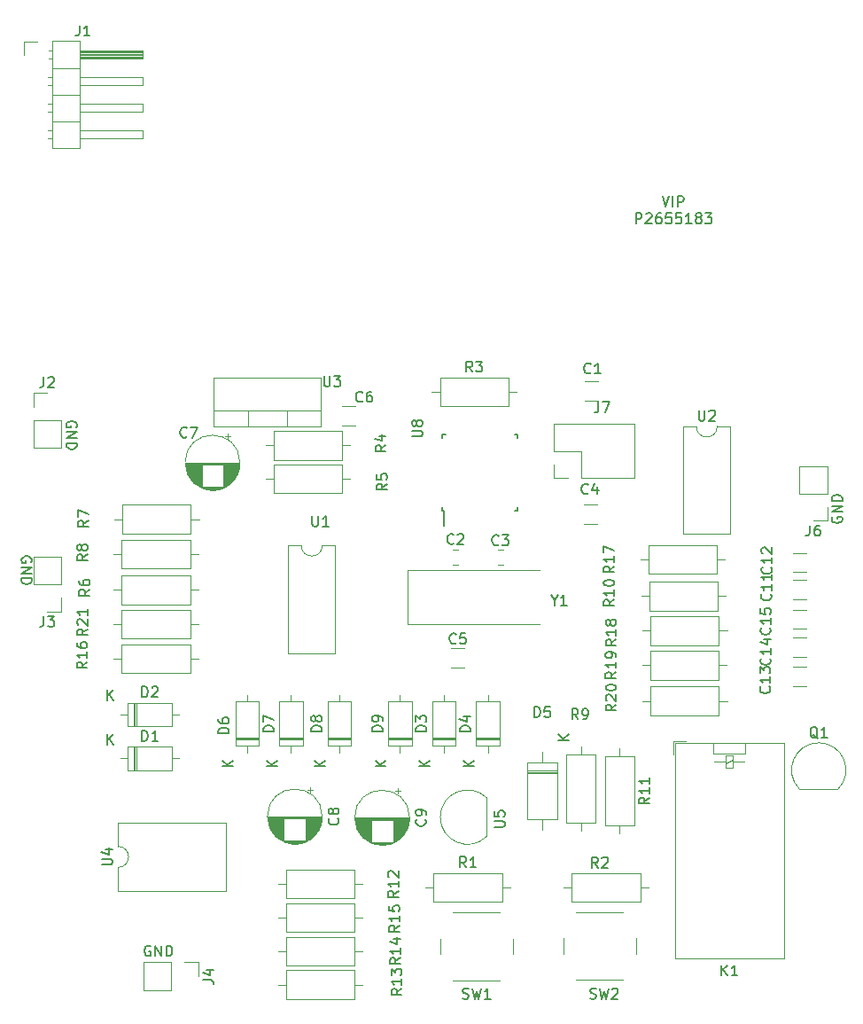
<source format=gbr>
%TF.GenerationSoftware,KiCad,Pcbnew,7.0.6*%
%TF.CreationDate,2023-07-25T17:39:36+01:00*%
%TF.ProjectId,Coursework,436f7572-7365-4776-9f72-6b2e6b696361,rev?*%
%TF.SameCoordinates,Original*%
%TF.FileFunction,Legend,Top*%
%TF.FilePolarity,Positive*%
%FSLAX46Y46*%
G04 Gerber Fmt 4.6, Leading zero omitted, Abs format (unit mm)*
G04 Created by KiCad (PCBNEW 7.0.6) date 2023-07-25 17:39:36*
%MOMM*%
%LPD*%
G01*
G04 APERTURE LIST*
%ADD10C,0.150000*%
%ADD11C,0.120000*%
G04 APERTURE END LIST*
D10*
X90482561Y-97760588D02*
X90530180Y-97665350D01*
X90530180Y-97665350D02*
X90530180Y-97522493D01*
X90530180Y-97522493D02*
X90482561Y-97379636D01*
X90482561Y-97379636D02*
X90387323Y-97284398D01*
X90387323Y-97284398D02*
X90292085Y-97236779D01*
X90292085Y-97236779D02*
X90101609Y-97189160D01*
X90101609Y-97189160D02*
X89958752Y-97189160D01*
X89958752Y-97189160D02*
X89768276Y-97236779D01*
X89768276Y-97236779D02*
X89673038Y-97284398D01*
X89673038Y-97284398D02*
X89577800Y-97379636D01*
X89577800Y-97379636D02*
X89530180Y-97522493D01*
X89530180Y-97522493D02*
X89530180Y-97617731D01*
X89530180Y-97617731D02*
X89577800Y-97760588D01*
X89577800Y-97760588D02*
X89625419Y-97808207D01*
X89625419Y-97808207D02*
X89958752Y-97808207D01*
X89958752Y-97808207D02*
X89958752Y-97617731D01*
X89530180Y-98236779D02*
X90530180Y-98236779D01*
X90530180Y-98236779D02*
X89530180Y-98808207D01*
X89530180Y-98808207D02*
X90530180Y-98808207D01*
X89530180Y-99284398D02*
X90530180Y-99284398D01*
X90530180Y-99284398D02*
X90530180Y-99522493D01*
X90530180Y-99522493D02*
X90482561Y-99665350D01*
X90482561Y-99665350D02*
X90387323Y-99760588D01*
X90387323Y-99760588D02*
X90292085Y-99808207D01*
X90292085Y-99808207D02*
X90101609Y-99855826D01*
X90101609Y-99855826D02*
X89958752Y-99855826D01*
X89958752Y-99855826D02*
X89768276Y-99808207D01*
X89768276Y-99808207D02*
X89673038Y-99760588D01*
X89673038Y-99760588D02*
X89577800Y-99665350D01*
X89577800Y-99665350D02*
X89530180Y-99522493D01*
X89530180Y-99522493D02*
X89530180Y-99284398D01*
X94782561Y-84860588D02*
X94830180Y-84765350D01*
X94830180Y-84765350D02*
X94830180Y-84622493D01*
X94830180Y-84622493D02*
X94782561Y-84479636D01*
X94782561Y-84479636D02*
X94687323Y-84384398D01*
X94687323Y-84384398D02*
X94592085Y-84336779D01*
X94592085Y-84336779D02*
X94401609Y-84289160D01*
X94401609Y-84289160D02*
X94258752Y-84289160D01*
X94258752Y-84289160D02*
X94068276Y-84336779D01*
X94068276Y-84336779D02*
X93973038Y-84384398D01*
X93973038Y-84384398D02*
X93877800Y-84479636D01*
X93877800Y-84479636D02*
X93830180Y-84622493D01*
X93830180Y-84622493D02*
X93830180Y-84717731D01*
X93830180Y-84717731D02*
X93877800Y-84860588D01*
X93877800Y-84860588D02*
X93925419Y-84908207D01*
X93925419Y-84908207D02*
X94258752Y-84908207D01*
X94258752Y-84908207D02*
X94258752Y-84717731D01*
X93830180Y-85336779D02*
X94830180Y-85336779D01*
X94830180Y-85336779D02*
X93830180Y-85908207D01*
X93830180Y-85908207D02*
X94830180Y-85908207D01*
X93830180Y-86384398D02*
X94830180Y-86384398D01*
X94830180Y-86384398D02*
X94830180Y-86622493D01*
X94830180Y-86622493D02*
X94782561Y-86765350D01*
X94782561Y-86765350D02*
X94687323Y-86860588D01*
X94687323Y-86860588D02*
X94592085Y-86908207D01*
X94592085Y-86908207D02*
X94401609Y-86955826D01*
X94401609Y-86955826D02*
X94258752Y-86955826D01*
X94258752Y-86955826D02*
X94068276Y-86908207D01*
X94068276Y-86908207D02*
X93973038Y-86860588D01*
X93973038Y-86860588D02*
X93877800Y-86765350D01*
X93877800Y-86765350D02*
X93830180Y-86622493D01*
X93830180Y-86622493D02*
X93830180Y-86384398D01*
X101860588Y-134417438D02*
X101765350Y-134369819D01*
X101765350Y-134369819D02*
X101622493Y-134369819D01*
X101622493Y-134369819D02*
X101479636Y-134417438D01*
X101479636Y-134417438D02*
X101384398Y-134512676D01*
X101384398Y-134512676D02*
X101336779Y-134607914D01*
X101336779Y-134607914D02*
X101289160Y-134798390D01*
X101289160Y-134798390D02*
X101289160Y-134941247D01*
X101289160Y-134941247D02*
X101336779Y-135131723D01*
X101336779Y-135131723D02*
X101384398Y-135226961D01*
X101384398Y-135226961D02*
X101479636Y-135322200D01*
X101479636Y-135322200D02*
X101622493Y-135369819D01*
X101622493Y-135369819D02*
X101717731Y-135369819D01*
X101717731Y-135369819D02*
X101860588Y-135322200D01*
X101860588Y-135322200D02*
X101908207Y-135274580D01*
X101908207Y-135274580D02*
X101908207Y-134941247D01*
X101908207Y-134941247D02*
X101717731Y-134941247D01*
X102336779Y-135369819D02*
X102336779Y-134369819D01*
X102336779Y-134369819D02*
X102908207Y-135369819D01*
X102908207Y-135369819D02*
X102908207Y-134369819D01*
X103384398Y-135369819D02*
X103384398Y-134369819D01*
X103384398Y-134369819D02*
X103622493Y-134369819D01*
X103622493Y-134369819D02*
X103765350Y-134417438D01*
X103765350Y-134417438D02*
X103860588Y-134512676D01*
X103860588Y-134512676D02*
X103908207Y-134607914D01*
X103908207Y-134607914D02*
X103955826Y-134798390D01*
X103955826Y-134798390D02*
X103955826Y-134941247D01*
X103955826Y-134941247D02*
X103908207Y-135131723D01*
X103908207Y-135131723D02*
X103860588Y-135226961D01*
X103860588Y-135226961D02*
X103765350Y-135322200D01*
X103765350Y-135322200D02*
X103622493Y-135369819D01*
X103622493Y-135369819D02*
X103384398Y-135369819D01*
X167017438Y-93439411D02*
X166969819Y-93534649D01*
X166969819Y-93534649D02*
X166969819Y-93677506D01*
X166969819Y-93677506D02*
X167017438Y-93820363D01*
X167017438Y-93820363D02*
X167112676Y-93915601D01*
X167112676Y-93915601D02*
X167207914Y-93963220D01*
X167207914Y-93963220D02*
X167398390Y-94010839D01*
X167398390Y-94010839D02*
X167541247Y-94010839D01*
X167541247Y-94010839D02*
X167731723Y-93963220D01*
X167731723Y-93963220D02*
X167826961Y-93915601D01*
X167826961Y-93915601D02*
X167922200Y-93820363D01*
X167922200Y-93820363D02*
X167969819Y-93677506D01*
X167969819Y-93677506D02*
X167969819Y-93582268D01*
X167969819Y-93582268D02*
X167922200Y-93439411D01*
X167922200Y-93439411D02*
X167874580Y-93391792D01*
X167874580Y-93391792D02*
X167541247Y-93391792D01*
X167541247Y-93391792D02*
X167541247Y-93582268D01*
X167969819Y-92963220D02*
X166969819Y-92963220D01*
X166969819Y-92963220D02*
X167969819Y-92391792D01*
X167969819Y-92391792D02*
X166969819Y-92391792D01*
X167969819Y-91915601D02*
X166969819Y-91915601D01*
X166969819Y-91915601D02*
X166969819Y-91677506D01*
X166969819Y-91677506D02*
X167017438Y-91534649D01*
X167017438Y-91534649D02*
X167112676Y-91439411D01*
X167112676Y-91439411D02*
X167207914Y-91391792D01*
X167207914Y-91391792D02*
X167398390Y-91344173D01*
X167398390Y-91344173D02*
X167541247Y-91344173D01*
X167541247Y-91344173D02*
X167731723Y-91391792D01*
X167731723Y-91391792D02*
X167826961Y-91439411D01*
X167826961Y-91439411D02*
X167922200Y-91534649D01*
X167922200Y-91534649D02*
X167969819Y-91677506D01*
X167969819Y-91677506D02*
X167969819Y-91915601D01*
X150778572Y-62809819D02*
X151111905Y-63809819D01*
X151111905Y-63809819D02*
X151445238Y-62809819D01*
X151778572Y-63809819D02*
X151778572Y-62809819D01*
X152254762Y-63809819D02*
X152254762Y-62809819D01*
X152254762Y-62809819D02*
X152635714Y-62809819D01*
X152635714Y-62809819D02*
X152730952Y-62857438D01*
X152730952Y-62857438D02*
X152778571Y-62905057D01*
X152778571Y-62905057D02*
X152826190Y-63000295D01*
X152826190Y-63000295D02*
X152826190Y-63143152D01*
X152826190Y-63143152D02*
X152778571Y-63238390D01*
X152778571Y-63238390D02*
X152730952Y-63286009D01*
X152730952Y-63286009D02*
X152635714Y-63333628D01*
X152635714Y-63333628D02*
X152254762Y-63333628D01*
X148254762Y-65419819D02*
X148254762Y-64419819D01*
X148254762Y-64419819D02*
X148635714Y-64419819D01*
X148635714Y-64419819D02*
X148730952Y-64467438D01*
X148730952Y-64467438D02*
X148778571Y-64515057D01*
X148778571Y-64515057D02*
X148826190Y-64610295D01*
X148826190Y-64610295D02*
X148826190Y-64753152D01*
X148826190Y-64753152D02*
X148778571Y-64848390D01*
X148778571Y-64848390D02*
X148730952Y-64896009D01*
X148730952Y-64896009D02*
X148635714Y-64943628D01*
X148635714Y-64943628D02*
X148254762Y-64943628D01*
X149207143Y-64515057D02*
X149254762Y-64467438D01*
X149254762Y-64467438D02*
X149350000Y-64419819D01*
X149350000Y-64419819D02*
X149588095Y-64419819D01*
X149588095Y-64419819D02*
X149683333Y-64467438D01*
X149683333Y-64467438D02*
X149730952Y-64515057D01*
X149730952Y-64515057D02*
X149778571Y-64610295D01*
X149778571Y-64610295D02*
X149778571Y-64705533D01*
X149778571Y-64705533D02*
X149730952Y-64848390D01*
X149730952Y-64848390D02*
X149159524Y-65419819D01*
X149159524Y-65419819D02*
X149778571Y-65419819D01*
X150635714Y-64419819D02*
X150445238Y-64419819D01*
X150445238Y-64419819D02*
X150350000Y-64467438D01*
X150350000Y-64467438D02*
X150302381Y-64515057D01*
X150302381Y-64515057D02*
X150207143Y-64657914D01*
X150207143Y-64657914D02*
X150159524Y-64848390D01*
X150159524Y-64848390D02*
X150159524Y-65229342D01*
X150159524Y-65229342D02*
X150207143Y-65324580D01*
X150207143Y-65324580D02*
X150254762Y-65372200D01*
X150254762Y-65372200D02*
X150350000Y-65419819D01*
X150350000Y-65419819D02*
X150540476Y-65419819D01*
X150540476Y-65419819D02*
X150635714Y-65372200D01*
X150635714Y-65372200D02*
X150683333Y-65324580D01*
X150683333Y-65324580D02*
X150730952Y-65229342D01*
X150730952Y-65229342D02*
X150730952Y-64991247D01*
X150730952Y-64991247D02*
X150683333Y-64896009D01*
X150683333Y-64896009D02*
X150635714Y-64848390D01*
X150635714Y-64848390D02*
X150540476Y-64800771D01*
X150540476Y-64800771D02*
X150350000Y-64800771D01*
X150350000Y-64800771D02*
X150254762Y-64848390D01*
X150254762Y-64848390D02*
X150207143Y-64896009D01*
X150207143Y-64896009D02*
X150159524Y-64991247D01*
X151635714Y-64419819D02*
X151159524Y-64419819D01*
X151159524Y-64419819D02*
X151111905Y-64896009D01*
X151111905Y-64896009D02*
X151159524Y-64848390D01*
X151159524Y-64848390D02*
X151254762Y-64800771D01*
X151254762Y-64800771D02*
X151492857Y-64800771D01*
X151492857Y-64800771D02*
X151588095Y-64848390D01*
X151588095Y-64848390D02*
X151635714Y-64896009D01*
X151635714Y-64896009D02*
X151683333Y-64991247D01*
X151683333Y-64991247D02*
X151683333Y-65229342D01*
X151683333Y-65229342D02*
X151635714Y-65324580D01*
X151635714Y-65324580D02*
X151588095Y-65372200D01*
X151588095Y-65372200D02*
X151492857Y-65419819D01*
X151492857Y-65419819D02*
X151254762Y-65419819D01*
X151254762Y-65419819D02*
X151159524Y-65372200D01*
X151159524Y-65372200D02*
X151111905Y-65324580D01*
X152588095Y-64419819D02*
X152111905Y-64419819D01*
X152111905Y-64419819D02*
X152064286Y-64896009D01*
X152064286Y-64896009D02*
X152111905Y-64848390D01*
X152111905Y-64848390D02*
X152207143Y-64800771D01*
X152207143Y-64800771D02*
X152445238Y-64800771D01*
X152445238Y-64800771D02*
X152540476Y-64848390D01*
X152540476Y-64848390D02*
X152588095Y-64896009D01*
X152588095Y-64896009D02*
X152635714Y-64991247D01*
X152635714Y-64991247D02*
X152635714Y-65229342D01*
X152635714Y-65229342D02*
X152588095Y-65324580D01*
X152588095Y-65324580D02*
X152540476Y-65372200D01*
X152540476Y-65372200D02*
X152445238Y-65419819D01*
X152445238Y-65419819D02*
X152207143Y-65419819D01*
X152207143Y-65419819D02*
X152111905Y-65372200D01*
X152111905Y-65372200D02*
X152064286Y-65324580D01*
X153588095Y-65419819D02*
X153016667Y-65419819D01*
X153302381Y-65419819D02*
X153302381Y-64419819D01*
X153302381Y-64419819D02*
X153207143Y-64562676D01*
X153207143Y-64562676D02*
X153111905Y-64657914D01*
X153111905Y-64657914D02*
X153016667Y-64705533D01*
X154159524Y-64848390D02*
X154064286Y-64800771D01*
X154064286Y-64800771D02*
X154016667Y-64753152D01*
X154016667Y-64753152D02*
X153969048Y-64657914D01*
X153969048Y-64657914D02*
X153969048Y-64610295D01*
X153969048Y-64610295D02*
X154016667Y-64515057D01*
X154016667Y-64515057D02*
X154064286Y-64467438D01*
X154064286Y-64467438D02*
X154159524Y-64419819D01*
X154159524Y-64419819D02*
X154350000Y-64419819D01*
X154350000Y-64419819D02*
X154445238Y-64467438D01*
X154445238Y-64467438D02*
X154492857Y-64515057D01*
X154492857Y-64515057D02*
X154540476Y-64610295D01*
X154540476Y-64610295D02*
X154540476Y-64657914D01*
X154540476Y-64657914D02*
X154492857Y-64753152D01*
X154492857Y-64753152D02*
X154445238Y-64800771D01*
X154445238Y-64800771D02*
X154350000Y-64848390D01*
X154350000Y-64848390D02*
X154159524Y-64848390D01*
X154159524Y-64848390D02*
X154064286Y-64896009D01*
X154064286Y-64896009D02*
X154016667Y-64943628D01*
X154016667Y-64943628D02*
X153969048Y-65038866D01*
X153969048Y-65038866D02*
X153969048Y-65229342D01*
X153969048Y-65229342D02*
X154016667Y-65324580D01*
X154016667Y-65324580D02*
X154064286Y-65372200D01*
X154064286Y-65372200D02*
X154159524Y-65419819D01*
X154159524Y-65419819D02*
X154350000Y-65419819D01*
X154350000Y-65419819D02*
X154445238Y-65372200D01*
X154445238Y-65372200D02*
X154492857Y-65324580D01*
X154492857Y-65324580D02*
X154540476Y-65229342D01*
X154540476Y-65229342D02*
X154540476Y-65038866D01*
X154540476Y-65038866D02*
X154492857Y-64943628D01*
X154492857Y-64943628D02*
X154445238Y-64896009D01*
X154445238Y-64896009D02*
X154350000Y-64848390D01*
X154873810Y-64419819D02*
X155492857Y-64419819D01*
X155492857Y-64419819D02*
X155159524Y-64800771D01*
X155159524Y-64800771D02*
X155302381Y-64800771D01*
X155302381Y-64800771D02*
X155397619Y-64848390D01*
X155397619Y-64848390D02*
X155445238Y-64896009D01*
X155445238Y-64896009D02*
X155492857Y-64991247D01*
X155492857Y-64991247D02*
X155492857Y-65229342D01*
X155492857Y-65229342D02*
X155445238Y-65324580D01*
X155445238Y-65324580D02*
X155397619Y-65372200D01*
X155397619Y-65372200D02*
X155302381Y-65419819D01*
X155302381Y-65419819D02*
X155016667Y-65419819D01*
X155016667Y-65419819D02*
X154921429Y-65372200D01*
X154921429Y-65372200D02*
X154873810Y-65324580D01*
X144666666Y-82454819D02*
X144666666Y-83169104D01*
X144666666Y-83169104D02*
X144619047Y-83311961D01*
X144619047Y-83311961D02*
X144523809Y-83407200D01*
X144523809Y-83407200D02*
X144380952Y-83454819D01*
X144380952Y-83454819D02*
X144285714Y-83454819D01*
X145047619Y-82454819D02*
X145714285Y-82454819D01*
X145714285Y-82454819D02*
X145285714Y-83454819D01*
X143683333Y-91159580D02*
X143635714Y-91207200D01*
X143635714Y-91207200D02*
X143492857Y-91254819D01*
X143492857Y-91254819D02*
X143397619Y-91254819D01*
X143397619Y-91254819D02*
X143254762Y-91207200D01*
X143254762Y-91207200D02*
X143159524Y-91111961D01*
X143159524Y-91111961D02*
X143111905Y-91016723D01*
X143111905Y-91016723D02*
X143064286Y-90826247D01*
X143064286Y-90826247D02*
X143064286Y-90683390D01*
X143064286Y-90683390D02*
X143111905Y-90492914D01*
X143111905Y-90492914D02*
X143159524Y-90397676D01*
X143159524Y-90397676D02*
X143254762Y-90302438D01*
X143254762Y-90302438D02*
X143397619Y-90254819D01*
X143397619Y-90254819D02*
X143492857Y-90254819D01*
X143492857Y-90254819D02*
X143635714Y-90302438D01*
X143635714Y-90302438D02*
X143683333Y-90350057D01*
X144540476Y-90588152D02*
X144540476Y-91254819D01*
X144302381Y-90207200D02*
X144064286Y-90921485D01*
X144064286Y-90921485D02*
X144683333Y-90921485D01*
X144633333Y-126934819D02*
X144300000Y-126458628D01*
X144061905Y-126934819D02*
X144061905Y-125934819D01*
X144061905Y-125934819D02*
X144442857Y-125934819D01*
X144442857Y-125934819D02*
X144538095Y-125982438D01*
X144538095Y-125982438D02*
X144585714Y-126030057D01*
X144585714Y-126030057D02*
X144633333Y-126125295D01*
X144633333Y-126125295D02*
X144633333Y-126268152D01*
X144633333Y-126268152D02*
X144585714Y-126363390D01*
X144585714Y-126363390D02*
X144538095Y-126411009D01*
X144538095Y-126411009D02*
X144442857Y-126458628D01*
X144442857Y-126458628D02*
X144061905Y-126458628D01*
X145014286Y-126030057D02*
X145061905Y-125982438D01*
X145061905Y-125982438D02*
X145157143Y-125934819D01*
X145157143Y-125934819D02*
X145395238Y-125934819D01*
X145395238Y-125934819D02*
X145490476Y-125982438D01*
X145490476Y-125982438D02*
X145538095Y-126030057D01*
X145538095Y-126030057D02*
X145585714Y-126125295D01*
X145585714Y-126125295D02*
X145585714Y-126220533D01*
X145585714Y-126220533D02*
X145538095Y-126363390D01*
X145538095Y-126363390D02*
X144966667Y-126934819D01*
X144966667Y-126934819D02*
X145585714Y-126934819D01*
X95854819Y-104142857D02*
X95378628Y-104476190D01*
X95854819Y-104714285D02*
X94854819Y-104714285D01*
X94854819Y-104714285D02*
X94854819Y-104333333D01*
X94854819Y-104333333D02*
X94902438Y-104238095D01*
X94902438Y-104238095D02*
X94950057Y-104190476D01*
X94950057Y-104190476D02*
X95045295Y-104142857D01*
X95045295Y-104142857D02*
X95188152Y-104142857D01*
X95188152Y-104142857D02*
X95283390Y-104190476D01*
X95283390Y-104190476D02*
X95331009Y-104238095D01*
X95331009Y-104238095D02*
X95378628Y-104333333D01*
X95378628Y-104333333D02*
X95378628Y-104714285D01*
X94950057Y-103761904D02*
X94902438Y-103714285D01*
X94902438Y-103714285D02*
X94854819Y-103619047D01*
X94854819Y-103619047D02*
X94854819Y-103380952D01*
X94854819Y-103380952D02*
X94902438Y-103285714D01*
X94902438Y-103285714D02*
X94950057Y-103238095D01*
X94950057Y-103238095D02*
X95045295Y-103190476D01*
X95045295Y-103190476D02*
X95140533Y-103190476D01*
X95140533Y-103190476D02*
X95283390Y-103238095D01*
X95283390Y-103238095D02*
X95854819Y-103809523D01*
X95854819Y-103809523D02*
X95854819Y-103190476D01*
X95854819Y-102238095D02*
X95854819Y-102809523D01*
X95854819Y-102523809D02*
X94854819Y-102523809D01*
X94854819Y-102523809D02*
X94997676Y-102619047D01*
X94997676Y-102619047D02*
X95092914Y-102714285D01*
X95092914Y-102714285D02*
X95140533Y-102809523D01*
X134714819Y-123061904D02*
X135524342Y-123061904D01*
X135524342Y-123061904D02*
X135619580Y-123014285D01*
X135619580Y-123014285D02*
X135667200Y-122966666D01*
X135667200Y-122966666D02*
X135714819Y-122871428D01*
X135714819Y-122871428D02*
X135714819Y-122680952D01*
X135714819Y-122680952D02*
X135667200Y-122585714D01*
X135667200Y-122585714D02*
X135619580Y-122538095D01*
X135619580Y-122538095D02*
X135524342Y-122490476D01*
X135524342Y-122490476D02*
X134714819Y-122490476D01*
X134714819Y-121538095D02*
X134714819Y-122014285D01*
X134714819Y-122014285D02*
X135191009Y-122061904D01*
X135191009Y-122061904D02*
X135143390Y-122014285D01*
X135143390Y-122014285D02*
X135095771Y-121919047D01*
X135095771Y-121919047D02*
X135095771Y-121680952D01*
X135095771Y-121680952D02*
X135143390Y-121585714D01*
X135143390Y-121585714D02*
X135191009Y-121538095D01*
X135191009Y-121538095D02*
X135286247Y-121490476D01*
X135286247Y-121490476D02*
X135524342Y-121490476D01*
X135524342Y-121490476D02*
X135619580Y-121538095D01*
X135619580Y-121538095D02*
X135667200Y-121585714D01*
X135667200Y-121585714D02*
X135714819Y-121680952D01*
X135714819Y-121680952D02*
X135714819Y-121919047D01*
X135714819Y-121919047D02*
X135667200Y-122014285D01*
X135667200Y-122014285D02*
X135619580Y-122061904D01*
X91666666Y-102909819D02*
X91666666Y-103624104D01*
X91666666Y-103624104D02*
X91619047Y-103766961D01*
X91619047Y-103766961D02*
X91523809Y-103862200D01*
X91523809Y-103862200D02*
X91380952Y-103909819D01*
X91380952Y-103909819D02*
X91285714Y-103909819D01*
X92047619Y-102909819D02*
X92666666Y-102909819D01*
X92666666Y-102909819D02*
X92333333Y-103290771D01*
X92333333Y-103290771D02*
X92476190Y-103290771D01*
X92476190Y-103290771D02*
X92571428Y-103338390D01*
X92571428Y-103338390D02*
X92619047Y-103386009D01*
X92619047Y-103386009D02*
X92666666Y-103481247D01*
X92666666Y-103481247D02*
X92666666Y-103719342D01*
X92666666Y-103719342D02*
X92619047Y-103814580D01*
X92619047Y-103814580D02*
X92571428Y-103862200D01*
X92571428Y-103862200D02*
X92476190Y-103909819D01*
X92476190Y-103909819D02*
X92190476Y-103909819D01*
X92190476Y-103909819D02*
X92095238Y-103862200D01*
X92095238Y-103862200D02*
X92047619Y-103814580D01*
X113634819Y-113928094D02*
X112634819Y-113928094D01*
X112634819Y-113928094D02*
X112634819Y-113689999D01*
X112634819Y-113689999D02*
X112682438Y-113547142D01*
X112682438Y-113547142D02*
X112777676Y-113451904D01*
X112777676Y-113451904D02*
X112872914Y-113404285D01*
X112872914Y-113404285D02*
X113063390Y-113356666D01*
X113063390Y-113356666D02*
X113206247Y-113356666D01*
X113206247Y-113356666D02*
X113396723Y-113404285D01*
X113396723Y-113404285D02*
X113491961Y-113451904D01*
X113491961Y-113451904D02*
X113587200Y-113547142D01*
X113587200Y-113547142D02*
X113634819Y-113689999D01*
X113634819Y-113689999D02*
X113634819Y-113928094D01*
X112634819Y-113023332D02*
X112634819Y-112356666D01*
X112634819Y-112356666D02*
X113634819Y-112785237D01*
X113954819Y-117261904D02*
X112954819Y-117261904D01*
X113954819Y-116690476D02*
X113383390Y-117119047D01*
X112954819Y-116690476D02*
X113526247Y-117261904D01*
X91666666Y-80049819D02*
X91666666Y-80764104D01*
X91666666Y-80764104D02*
X91619047Y-80906961D01*
X91619047Y-80906961D02*
X91523809Y-81002200D01*
X91523809Y-81002200D02*
X91380952Y-81049819D01*
X91380952Y-81049819D02*
X91285714Y-81049819D01*
X92095238Y-80145057D02*
X92142857Y-80097438D01*
X92142857Y-80097438D02*
X92238095Y-80049819D01*
X92238095Y-80049819D02*
X92476190Y-80049819D01*
X92476190Y-80049819D02*
X92571428Y-80097438D01*
X92571428Y-80097438D02*
X92619047Y-80145057D01*
X92619047Y-80145057D02*
X92666666Y-80240295D01*
X92666666Y-80240295D02*
X92666666Y-80335533D01*
X92666666Y-80335533D02*
X92619047Y-80478390D01*
X92619047Y-80478390D02*
X92047619Y-81049819D01*
X92047619Y-81049819D02*
X92666666Y-81049819D01*
X101061905Y-114834819D02*
X101061905Y-113834819D01*
X101061905Y-113834819D02*
X101300000Y-113834819D01*
X101300000Y-113834819D02*
X101442857Y-113882438D01*
X101442857Y-113882438D02*
X101538095Y-113977676D01*
X101538095Y-113977676D02*
X101585714Y-114072914D01*
X101585714Y-114072914D02*
X101633333Y-114263390D01*
X101633333Y-114263390D02*
X101633333Y-114406247D01*
X101633333Y-114406247D02*
X101585714Y-114596723D01*
X101585714Y-114596723D02*
X101538095Y-114691961D01*
X101538095Y-114691961D02*
X101442857Y-114787200D01*
X101442857Y-114787200D02*
X101300000Y-114834819D01*
X101300000Y-114834819D02*
X101061905Y-114834819D01*
X102585714Y-114834819D02*
X102014286Y-114834819D01*
X102300000Y-114834819D02*
X102300000Y-113834819D01*
X102300000Y-113834819D02*
X102204762Y-113977676D01*
X102204762Y-113977676D02*
X102109524Y-114072914D01*
X102109524Y-114072914D02*
X102014286Y-114120533D01*
X97728095Y-115154819D02*
X97728095Y-114154819D01*
X98299523Y-115154819D02*
X97870952Y-114583390D01*
X98299523Y-114154819D02*
X97728095Y-114726247D01*
X135133333Y-96059580D02*
X135085714Y-96107200D01*
X135085714Y-96107200D02*
X134942857Y-96154819D01*
X134942857Y-96154819D02*
X134847619Y-96154819D01*
X134847619Y-96154819D02*
X134704762Y-96107200D01*
X134704762Y-96107200D02*
X134609524Y-96011961D01*
X134609524Y-96011961D02*
X134561905Y-95916723D01*
X134561905Y-95916723D02*
X134514286Y-95726247D01*
X134514286Y-95726247D02*
X134514286Y-95583390D01*
X134514286Y-95583390D02*
X134561905Y-95392914D01*
X134561905Y-95392914D02*
X134609524Y-95297676D01*
X134609524Y-95297676D02*
X134704762Y-95202438D01*
X134704762Y-95202438D02*
X134847619Y-95154819D01*
X134847619Y-95154819D02*
X134942857Y-95154819D01*
X134942857Y-95154819D02*
X135085714Y-95202438D01*
X135085714Y-95202438D02*
X135133333Y-95250057D01*
X135466667Y-95154819D02*
X136085714Y-95154819D01*
X136085714Y-95154819D02*
X135752381Y-95535771D01*
X135752381Y-95535771D02*
X135895238Y-95535771D01*
X135895238Y-95535771D02*
X135990476Y-95583390D01*
X135990476Y-95583390D02*
X136038095Y-95631009D01*
X136038095Y-95631009D02*
X136085714Y-95726247D01*
X136085714Y-95726247D02*
X136085714Y-95964342D01*
X136085714Y-95964342D02*
X136038095Y-96059580D01*
X136038095Y-96059580D02*
X135990476Y-96107200D01*
X135990476Y-96107200D02*
X135895238Y-96154819D01*
X135895238Y-96154819D02*
X135609524Y-96154819D01*
X135609524Y-96154819D02*
X135514286Y-96107200D01*
X135514286Y-96107200D02*
X135466667Y-96059580D01*
X106884819Y-137633333D02*
X107599104Y-137633333D01*
X107599104Y-137633333D02*
X107741961Y-137680952D01*
X107741961Y-137680952D02*
X107837200Y-137776190D01*
X107837200Y-137776190D02*
X107884819Y-137919047D01*
X107884819Y-137919047D02*
X107884819Y-138014285D01*
X107218152Y-136728571D02*
X107884819Y-136728571D01*
X106837200Y-136966666D02*
X107551485Y-137204761D01*
X107551485Y-137204761D02*
X107551485Y-136585714D01*
X146374819Y-111342857D02*
X145898628Y-111676190D01*
X146374819Y-111914285D02*
X145374819Y-111914285D01*
X145374819Y-111914285D02*
X145374819Y-111533333D01*
X145374819Y-111533333D02*
X145422438Y-111438095D01*
X145422438Y-111438095D02*
X145470057Y-111390476D01*
X145470057Y-111390476D02*
X145565295Y-111342857D01*
X145565295Y-111342857D02*
X145708152Y-111342857D01*
X145708152Y-111342857D02*
X145803390Y-111390476D01*
X145803390Y-111390476D02*
X145851009Y-111438095D01*
X145851009Y-111438095D02*
X145898628Y-111533333D01*
X145898628Y-111533333D02*
X145898628Y-111914285D01*
X145470057Y-110961904D02*
X145422438Y-110914285D01*
X145422438Y-110914285D02*
X145374819Y-110819047D01*
X145374819Y-110819047D02*
X145374819Y-110580952D01*
X145374819Y-110580952D02*
X145422438Y-110485714D01*
X145422438Y-110485714D02*
X145470057Y-110438095D01*
X145470057Y-110438095D02*
X145565295Y-110390476D01*
X145565295Y-110390476D02*
X145660533Y-110390476D01*
X145660533Y-110390476D02*
X145803390Y-110438095D01*
X145803390Y-110438095D02*
X146374819Y-111009523D01*
X146374819Y-111009523D02*
X146374819Y-110390476D01*
X145374819Y-109771428D02*
X145374819Y-109676190D01*
X145374819Y-109676190D02*
X145422438Y-109580952D01*
X145422438Y-109580952D02*
X145470057Y-109533333D01*
X145470057Y-109533333D02*
X145565295Y-109485714D01*
X145565295Y-109485714D02*
X145755771Y-109438095D01*
X145755771Y-109438095D02*
X145993866Y-109438095D01*
X145993866Y-109438095D02*
X146184342Y-109485714D01*
X146184342Y-109485714D02*
X146279580Y-109533333D01*
X146279580Y-109533333D02*
X146327200Y-109580952D01*
X146327200Y-109580952D02*
X146374819Y-109676190D01*
X146374819Y-109676190D02*
X146374819Y-109771428D01*
X146374819Y-109771428D02*
X146327200Y-109866666D01*
X146327200Y-109866666D02*
X146279580Y-109914285D01*
X146279580Y-109914285D02*
X146184342Y-109961904D01*
X146184342Y-109961904D02*
X145993866Y-110009523D01*
X145993866Y-110009523D02*
X145755771Y-110009523D01*
X145755771Y-110009523D02*
X145565295Y-109961904D01*
X145565295Y-109961904D02*
X145470057Y-109914285D01*
X145470057Y-109914285D02*
X145422438Y-109866666D01*
X145422438Y-109866666D02*
X145374819Y-109771428D01*
X131070833Y-105459580D02*
X131023214Y-105507200D01*
X131023214Y-105507200D02*
X130880357Y-105554819D01*
X130880357Y-105554819D02*
X130785119Y-105554819D01*
X130785119Y-105554819D02*
X130642262Y-105507200D01*
X130642262Y-105507200D02*
X130547024Y-105411961D01*
X130547024Y-105411961D02*
X130499405Y-105316723D01*
X130499405Y-105316723D02*
X130451786Y-105126247D01*
X130451786Y-105126247D02*
X130451786Y-104983390D01*
X130451786Y-104983390D02*
X130499405Y-104792914D01*
X130499405Y-104792914D02*
X130547024Y-104697676D01*
X130547024Y-104697676D02*
X130642262Y-104602438D01*
X130642262Y-104602438D02*
X130785119Y-104554819D01*
X130785119Y-104554819D02*
X130880357Y-104554819D01*
X130880357Y-104554819D02*
X131023214Y-104602438D01*
X131023214Y-104602438D02*
X131070833Y-104650057D01*
X131975595Y-104554819D02*
X131499405Y-104554819D01*
X131499405Y-104554819D02*
X131451786Y-105031009D01*
X131451786Y-105031009D02*
X131499405Y-104983390D01*
X131499405Y-104983390D02*
X131594643Y-104935771D01*
X131594643Y-104935771D02*
X131832738Y-104935771D01*
X131832738Y-104935771D02*
X131927976Y-104983390D01*
X131927976Y-104983390D02*
X131975595Y-105031009D01*
X131975595Y-105031009D02*
X132023214Y-105126247D01*
X132023214Y-105126247D02*
X132023214Y-105364342D01*
X132023214Y-105364342D02*
X131975595Y-105459580D01*
X131975595Y-105459580D02*
X131927976Y-105507200D01*
X131927976Y-105507200D02*
X131832738Y-105554819D01*
X131832738Y-105554819D02*
X131594643Y-105554819D01*
X131594643Y-105554819D02*
X131499405Y-105507200D01*
X131499405Y-105507200D02*
X131451786Y-105459580D01*
X95954819Y-93766666D02*
X95478628Y-94099999D01*
X95954819Y-94338094D02*
X94954819Y-94338094D01*
X94954819Y-94338094D02*
X94954819Y-93957142D01*
X94954819Y-93957142D02*
X95002438Y-93861904D01*
X95002438Y-93861904D02*
X95050057Y-93814285D01*
X95050057Y-93814285D02*
X95145295Y-93766666D01*
X95145295Y-93766666D02*
X95288152Y-93766666D01*
X95288152Y-93766666D02*
X95383390Y-93814285D01*
X95383390Y-93814285D02*
X95431009Y-93861904D01*
X95431009Y-93861904D02*
X95478628Y-93957142D01*
X95478628Y-93957142D02*
X95478628Y-94338094D01*
X94954819Y-93433332D02*
X94954819Y-92766666D01*
X94954819Y-92766666D02*
X95954819Y-93195237D01*
X149554819Y-120242857D02*
X149078628Y-120576190D01*
X149554819Y-120814285D02*
X148554819Y-120814285D01*
X148554819Y-120814285D02*
X148554819Y-120433333D01*
X148554819Y-120433333D02*
X148602438Y-120338095D01*
X148602438Y-120338095D02*
X148650057Y-120290476D01*
X148650057Y-120290476D02*
X148745295Y-120242857D01*
X148745295Y-120242857D02*
X148888152Y-120242857D01*
X148888152Y-120242857D02*
X148983390Y-120290476D01*
X148983390Y-120290476D02*
X149031009Y-120338095D01*
X149031009Y-120338095D02*
X149078628Y-120433333D01*
X149078628Y-120433333D02*
X149078628Y-120814285D01*
X149554819Y-119290476D02*
X149554819Y-119861904D01*
X149554819Y-119576190D02*
X148554819Y-119576190D01*
X148554819Y-119576190D02*
X148697676Y-119671428D01*
X148697676Y-119671428D02*
X148792914Y-119766666D01*
X148792914Y-119766666D02*
X148840533Y-119861904D01*
X149554819Y-118338095D02*
X149554819Y-118909523D01*
X149554819Y-118623809D02*
X148554819Y-118623809D01*
X148554819Y-118623809D02*
X148697676Y-118719047D01*
X148697676Y-118719047D02*
X148792914Y-118814285D01*
X148792914Y-118814285D02*
X148840533Y-118909523D01*
X97224819Y-126656904D02*
X98034342Y-126656904D01*
X98034342Y-126656904D02*
X98129580Y-126609285D01*
X98129580Y-126609285D02*
X98177200Y-126561666D01*
X98177200Y-126561666D02*
X98224819Y-126466428D01*
X98224819Y-126466428D02*
X98224819Y-126275952D01*
X98224819Y-126275952D02*
X98177200Y-126180714D01*
X98177200Y-126180714D02*
X98129580Y-126133095D01*
X98129580Y-126133095D02*
X98034342Y-126085476D01*
X98034342Y-126085476D02*
X97224819Y-126085476D01*
X97558152Y-125180714D02*
X98224819Y-125180714D01*
X97177200Y-125418809D02*
X97891485Y-125656904D01*
X97891485Y-125656904D02*
X97891485Y-125037857D01*
X128234819Y-113928094D02*
X127234819Y-113928094D01*
X127234819Y-113928094D02*
X127234819Y-113689999D01*
X127234819Y-113689999D02*
X127282438Y-113547142D01*
X127282438Y-113547142D02*
X127377676Y-113451904D01*
X127377676Y-113451904D02*
X127472914Y-113404285D01*
X127472914Y-113404285D02*
X127663390Y-113356666D01*
X127663390Y-113356666D02*
X127806247Y-113356666D01*
X127806247Y-113356666D02*
X127996723Y-113404285D01*
X127996723Y-113404285D02*
X128091961Y-113451904D01*
X128091961Y-113451904D02*
X128187200Y-113547142D01*
X128187200Y-113547142D02*
X128234819Y-113689999D01*
X128234819Y-113689999D02*
X128234819Y-113928094D01*
X127234819Y-113023332D02*
X127234819Y-112404285D01*
X127234819Y-112404285D02*
X127615771Y-112737618D01*
X127615771Y-112737618D02*
X127615771Y-112594761D01*
X127615771Y-112594761D02*
X127663390Y-112499523D01*
X127663390Y-112499523D02*
X127711009Y-112451904D01*
X127711009Y-112451904D02*
X127806247Y-112404285D01*
X127806247Y-112404285D02*
X128044342Y-112404285D01*
X128044342Y-112404285D02*
X128139580Y-112451904D01*
X128139580Y-112451904D02*
X128187200Y-112499523D01*
X128187200Y-112499523D02*
X128234819Y-112594761D01*
X128234819Y-112594761D02*
X128234819Y-112880475D01*
X128234819Y-112880475D02*
X128187200Y-112975713D01*
X128187200Y-112975713D02*
X128139580Y-113023332D01*
X128554819Y-117261904D02*
X127554819Y-117261904D01*
X128554819Y-116690476D02*
X127983390Y-117119047D01*
X127554819Y-116690476D02*
X128126247Y-117261904D01*
X101061905Y-110634819D02*
X101061905Y-109634819D01*
X101061905Y-109634819D02*
X101300000Y-109634819D01*
X101300000Y-109634819D02*
X101442857Y-109682438D01*
X101442857Y-109682438D02*
X101538095Y-109777676D01*
X101538095Y-109777676D02*
X101585714Y-109872914D01*
X101585714Y-109872914D02*
X101633333Y-110063390D01*
X101633333Y-110063390D02*
X101633333Y-110206247D01*
X101633333Y-110206247D02*
X101585714Y-110396723D01*
X101585714Y-110396723D02*
X101538095Y-110491961D01*
X101538095Y-110491961D02*
X101442857Y-110587200D01*
X101442857Y-110587200D02*
X101300000Y-110634819D01*
X101300000Y-110634819D02*
X101061905Y-110634819D01*
X102014286Y-109730057D02*
X102061905Y-109682438D01*
X102061905Y-109682438D02*
X102157143Y-109634819D01*
X102157143Y-109634819D02*
X102395238Y-109634819D01*
X102395238Y-109634819D02*
X102490476Y-109682438D01*
X102490476Y-109682438D02*
X102538095Y-109730057D01*
X102538095Y-109730057D02*
X102585714Y-109825295D01*
X102585714Y-109825295D02*
X102585714Y-109920533D01*
X102585714Y-109920533D02*
X102538095Y-110063390D01*
X102538095Y-110063390D02*
X101966667Y-110634819D01*
X101966667Y-110634819D02*
X102585714Y-110634819D01*
X97728095Y-110954819D02*
X97728095Y-109954819D01*
X98299523Y-110954819D02*
X97870952Y-110383390D01*
X98299523Y-109954819D02*
X97728095Y-110526247D01*
X165634761Y-114590057D02*
X165539523Y-114542438D01*
X165539523Y-114542438D02*
X165444285Y-114447200D01*
X165444285Y-114447200D02*
X165301428Y-114304342D01*
X165301428Y-114304342D02*
X165206190Y-114256723D01*
X165206190Y-114256723D02*
X165110952Y-114256723D01*
X165158571Y-114494819D02*
X165063333Y-114447200D01*
X165063333Y-114447200D02*
X164968095Y-114351961D01*
X164968095Y-114351961D02*
X164920476Y-114161485D01*
X164920476Y-114161485D02*
X164920476Y-113828152D01*
X164920476Y-113828152D02*
X164968095Y-113637676D01*
X164968095Y-113637676D02*
X165063333Y-113542438D01*
X165063333Y-113542438D02*
X165158571Y-113494819D01*
X165158571Y-113494819D02*
X165349047Y-113494819D01*
X165349047Y-113494819D02*
X165444285Y-113542438D01*
X165444285Y-113542438D02*
X165539523Y-113637676D01*
X165539523Y-113637676D02*
X165587142Y-113828152D01*
X165587142Y-113828152D02*
X165587142Y-114161485D01*
X165587142Y-114161485D02*
X165539523Y-114351961D01*
X165539523Y-114351961D02*
X165444285Y-114447200D01*
X165444285Y-114447200D02*
X165349047Y-114494819D01*
X165349047Y-114494819D02*
X165158571Y-114494819D01*
X166539523Y-114494819D02*
X165968095Y-114494819D01*
X166253809Y-114494819D02*
X166253809Y-113494819D01*
X166253809Y-113494819D02*
X166158571Y-113637676D01*
X166158571Y-113637676D02*
X166063333Y-113732914D01*
X166063333Y-113732914D02*
X165968095Y-113780533D01*
X161109580Y-100802857D02*
X161157200Y-100850476D01*
X161157200Y-100850476D02*
X161204819Y-100993333D01*
X161204819Y-100993333D02*
X161204819Y-101088571D01*
X161204819Y-101088571D02*
X161157200Y-101231428D01*
X161157200Y-101231428D02*
X161061961Y-101326666D01*
X161061961Y-101326666D02*
X160966723Y-101374285D01*
X160966723Y-101374285D02*
X160776247Y-101421904D01*
X160776247Y-101421904D02*
X160633390Y-101421904D01*
X160633390Y-101421904D02*
X160442914Y-101374285D01*
X160442914Y-101374285D02*
X160347676Y-101326666D01*
X160347676Y-101326666D02*
X160252438Y-101231428D01*
X160252438Y-101231428D02*
X160204819Y-101088571D01*
X160204819Y-101088571D02*
X160204819Y-100993333D01*
X160204819Y-100993333D02*
X160252438Y-100850476D01*
X160252438Y-100850476D02*
X160300057Y-100802857D01*
X161204819Y-99850476D02*
X161204819Y-100421904D01*
X161204819Y-100136190D02*
X160204819Y-100136190D01*
X160204819Y-100136190D02*
X160347676Y-100231428D01*
X160347676Y-100231428D02*
X160442914Y-100326666D01*
X160442914Y-100326666D02*
X160490533Y-100421904D01*
X161204819Y-98898095D02*
X161204819Y-99469523D01*
X161204819Y-99183809D02*
X160204819Y-99183809D01*
X160204819Y-99183809D02*
X160347676Y-99279047D01*
X160347676Y-99279047D02*
X160442914Y-99374285D01*
X160442914Y-99374285D02*
X160490533Y-99469523D01*
X161159580Y-98242857D02*
X161207200Y-98290476D01*
X161207200Y-98290476D02*
X161254819Y-98433333D01*
X161254819Y-98433333D02*
X161254819Y-98528571D01*
X161254819Y-98528571D02*
X161207200Y-98671428D01*
X161207200Y-98671428D02*
X161111961Y-98766666D01*
X161111961Y-98766666D02*
X161016723Y-98814285D01*
X161016723Y-98814285D02*
X160826247Y-98861904D01*
X160826247Y-98861904D02*
X160683390Y-98861904D01*
X160683390Y-98861904D02*
X160492914Y-98814285D01*
X160492914Y-98814285D02*
X160397676Y-98766666D01*
X160397676Y-98766666D02*
X160302438Y-98671428D01*
X160302438Y-98671428D02*
X160254819Y-98528571D01*
X160254819Y-98528571D02*
X160254819Y-98433333D01*
X160254819Y-98433333D02*
X160302438Y-98290476D01*
X160302438Y-98290476D02*
X160350057Y-98242857D01*
X161254819Y-97290476D02*
X161254819Y-97861904D01*
X161254819Y-97576190D02*
X160254819Y-97576190D01*
X160254819Y-97576190D02*
X160397676Y-97671428D01*
X160397676Y-97671428D02*
X160492914Y-97766666D01*
X160492914Y-97766666D02*
X160540533Y-97861904D01*
X160350057Y-96909523D02*
X160302438Y-96861904D01*
X160302438Y-96861904D02*
X160254819Y-96766666D01*
X160254819Y-96766666D02*
X160254819Y-96528571D01*
X160254819Y-96528571D02*
X160302438Y-96433333D01*
X160302438Y-96433333D02*
X160350057Y-96385714D01*
X160350057Y-96385714D02*
X160445295Y-96338095D01*
X160445295Y-96338095D02*
X160540533Y-96338095D01*
X160540533Y-96338095D02*
X160683390Y-96385714D01*
X160683390Y-96385714D02*
X161254819Y-96957142D01*
X161254819Y-96957142D02*
X161254819Y-96338095D01*
X109354819Y-114128094D02*
X108354819Y-114128094D01*
X108354819Y-114128094D02*
X108354819Y-113889999D01*
X108354819Y-113889999D02*
X108402438Y-113747142D01*
X108402438Y-113747142D02*
X108497676Y-113651904D01*
X108497676Y-113651904D02*
X108592914Y-113604285D01*
X108592914Y-113604285D02*
X108783390Y-113556666D01*
X108783390Y-113556666D02*
X108926247Y-113556666D01*
X108926247Y-113556666D02*
X109116723Y-113604285D01*
X109116723Y-113604285D02*
X109211961Y-113651904D01*
X109211961Y-113651904D02*
X109307200Y-113747142D01*
X109307200Y-113747142D02*
X109354819Y-113889999D01*
X109354819Y-113889999D02*
X109354819Y-114128094D01*
X108354819Y-112699523D02*
X108354819Y-112889999D01*
X108354819Y-112889999D02*
X108402438Y-112985237D01*
X108402438Y-112985237D02*
X108450057Y-113032856D01*
X108450057Y-113032856D02*
X108592914Y-113128094D01*
X108592914Y-113128094D02*
X108783390Y-113175713D01*
X108783390Y-113175713D02*
X109164342Y-113175713D01*
X109164342Y-113175713D02*
X109259580Y-113128094D01*
X109259580Y-113128094D02*
X109307200Y-113080475D01*
X109307200Y-113080475D02*
X109354819Y-112985237D01*
X109354819Y-112985237D02*
X109354819Y-112794761D01*
X109354819Y-112794761D02*
X109307200Y-112699523D01*
X109307200Y-112699523D02*
X109259580Y-112651904D01*
X109259580Y-112651904D02*
X109164342Y-112604285D01*
X109164342Y-112604285D02*
X108926247Y-112604285D01*
X108926247Y-112604285D02*
X108831009Y-112651904D01*
X108831009Y-112651904D02*
X108783390Y-112699523D01*
X108783390Y-112699523D02*
X108735771Y-112794761D01*
X108735771Y-112794761D02*
X108735771Y-112985237D01*
X108735771Y-112985237D02*
X108783390Y-113080475D01*
X108783390Y-113080475D02*
X108831009Y-113128094D01*
X108831009Y-113128094D02*
X108926247Y-113175713D01*
X109754819Y-117261904D02*
X108754819Y-117261904D01*
X109754819Y-116690476D02*
X109183390Y-117119047D01*
X108754819Y-116690476D02*
X109326247Y-117261904D01*
X126854819Y-85761904D02*
X127664342Y-85761904D01*
X127664342Y-85761904D02*
X127759580Y-85714285D01*
X127759580Y-85714285D02*
X127807200Y-85666666D01*
X127807200Y-85666666D02*
X127854819Y-85571428D01*
X127854819Y-85571428D02*
X127854819Y-85380952D01*
X127854819Y-85380952D02*
X127807200Y-85285714D01*
X127807200Y-85285714D02*
X127759580Y-85238095D01*
X127759580Y-85238095D02*
X127664342Y-85190476D01*
X127664342Y-85190476D02*
X126854819Y-85190476D01*
X127283390Y-84571428D02*
X127235771Y-84666666D01*
X127235771Y-84666666D02*
X127188152Y-84714285D01*
X127188152Y-84714285D02*
X127092914Y-84761904D01*
X127092914Y-84761904D02*
X127045295Y-84761904D01*
X127045295Y-84761904D02*
X126950057Y-84714285D01*
X126950057Y-84714285D02*
X126902438Y-84666666D01*
X126902438Y-84666666D02*
X126854819Y-84571428D01*
X126854819Y-84571428D02*
X126854819Y-84380952D01*
X126854819Y-84380952D02*
X126902438Y-84285714D01*
X126902438Y-84285714D02*
X126950057Y-84238095D01*
X126950057Y-84238095D02*
X127045295Y-84190476D01*
X127045295Y-84190476D02*
X127092914Y-84190476D01*
X127092914Y-84190476D02*
X127188152Y-84238095D01*
X127188152Y-84238095D02*
X127235771Y-84285714D01*
X127235771Y-84285714D02*
X127283390Y-84380952D01*
X127283390Y-84380952D02*
X127283390Y-84571428D01*
X127283390Y-84571428D02*
X127331009Y-84666666D01*
X127331009Y-84666666D02*
X127378628Y-84714285D01*
X127378628Y-84714285D02*
X127473866Y-84761904D01*
X127473866Y-84761904D02*
X127664342Y-84761904D01*
X127664342Y-84761904D02*
X127759580Y-84714285D01*
X127759580Y-84714285D02*
X127807200Y-84666666D01*
X127807200Y-84666666D02*
X127854819Y-84571428D01*
X127854819Y-84571428D02*
X127854819Y-84380952D01*
X127854819Y-84380952D02*
X127807200Y-84285714D01*
X127807200Y-84285714D02*
X127759580Y-84238095D01*
X127759580Y-84238095D02*
X127664342Y-84190476D01*
X127664342Y-84190476D02*
X127473866Y-84190476D01*
X127473866Y-84190476D02*
X127378628Y-84238095D01*
X127378628Y-84238095D02*
X127331009Y-84285714D01*
X127331009Y-84285714D02*
X127283390Y-84380952D01*
X124034819Y-113928094D02*
X123034819Y-113928094D01*
X123034819Y-113928094D02*
X123034819Y-113689999D01*
X123034819Y-113689999D02*
X123082438Y-113547142D01*
X123082438Y-113547142D02*
X123177676Y-113451904D01*
X123177676Y-113451904D02*
X123272914Y-113404285D01*
X123272914Y-113404285D02*
X123463390Y-113356666D01*
X123463390Y-113356666D02*
X123606247Y-113356666D01*
X123606247Y-113356666D02*
X123796723Y-113404285D01*
X123796723Y-113404285D02*
X123891961Y-113451904D01*
X123891961Y-113451904D02*
X123987200Y-113547142D01*
X123987200Y-113547142D02*
X124034819Y-113689999D01*
X124034819Y-113689999D02*
X124034819Y-113928094D01*
X124034819Y-112880475D02*
X124034819Y-112689999D01*
X124034819Y-112689999D02*
X123987200Y-112594761D01*
X123987200Y-112594761D02*
X123939580Y-112547142D01*
X123939580Y-112547142D02*
X123796723Y-112451904D01*
X123796723Y-112451904D02*
X123606247Y-112404285D01*
X123606247Y-112404285D02*
X123225295Y-112404285D01*
X123225295Y-112404285D02*
X123130057Y-112451904D01*
X123130057Y-112451904D02*
X123082438Y-112499523D01*
X123082438Y-112499523D02*
X123034819Y-112594761D01*
X123034819Y-112594761D02*
X123034819Y-112785237D01*
X123034819Y-112785237D02*
X123082438Y-112880475D01*
X123082438Y-112880475D02*
X123130057Y-112928094D01*
X123130057Y-112928094D02*
X123225295Y-112975713D01*
X123225295Y-112975713D02*
X123463390Y-112975713D01*
X123463390Y-112975713D02*
X123558628Y-112928094D01*
X123558628Y-112928094D02*
X123606247Y-112880475D01*
X123606247Y-112880475D02*
X123653866Y-112785237D01*
X123653866Y-112785237D02*
X123653866Y-112594761D01*
X123653866Y-112594761D02*
X123606247Y-112499523D01*
X123606247Y-112499523D02*
X123558628Y-112451904D01*
X123558628Y-112451904D02*
X123463390Y-112404285D01*
X124354819Y-117261904D02*
X123354819Y-117261904D01*
X124354819Y-116690476D02*
X123783390Y-117119047D01*
X123354819Y-116690476D02*
X123926247Y-117261904D01*
X161059580Y-104042857D02*
X161107200Y-104090476D01*
X161107200Y-104090476D02*
X161154819Y-104233333D01*
X161154819Y-104233333D02*
X161154819Y-104328571D01*
X161154819Y-104328571D02*
X161107200Y-104471428D01*
X161107200Y-104471428D02*
X161011961Y-104566666D01*
X161011961Y-104566666D02*
X160916723Y-104614285D01*
X160916723Y-104614285D02*
X160726247Y-104661904D01*
X160726247Y-104661904D02*
X160583390Y-104661904D01*
X160583390Y-104661904D02*
X160392914Y-104614285D01*
X160392914Y-104614285D02*
X160297676Y-104566666D01*
X160297676Y-104566666D02*
X160202438Y-104471428D01*
X160202438Y-104471428D02*
X160154819Y-104328571D01*
X160154819Y-104328571D02*
X160154819Y-104233333D01*
X160154819Y-104233333D02*
X160202438Y-104090476D01*
X160202438Y-104090476D02*
X160250057Y-104042857D01*
X161154819Y-103090476D02*
X161154819Y-103661904D01*
X161154819Y-103376190D02*
X160154819Y-103376190D01*
X160154819Y-103376190D02*
X160297676Y-103471428D01*
X160297676Y-103471428D02*
X160392914Y-103566666D01*
X160392914Y-103566666D02*
X160440533Y-103661904D01*
X160154819Y-102185714D02*
X160154819Y-102661904D01*
X160154819Y-102661904D02*
X160631009Y-102709523D01*
X160631009Y-102709523D02*
X160583390Y-102661904D01*
X160583390Y-102661904D02*
X160535771Y-102566666D01*
X160535771Y-102566666D02*
X160535771Y-102328571D01*
X160535771Y-102328571D02*
X160583390Y-102233333D01*
X160583390Y-102233333D02*
X160631009Y-102185714D01*
X160631009Y-102185714D02*
X160726247Y-102138095D01*
X160726247Y-102138095D02*
X160964342Y-102138095D01*
X160964342Y-102138095D02*
X161059580Y-102185714D01*
X161059580Y-102185714D02*
X161107200Y-102233333D01*
X161107200Y-102233333D02*
X161154819Y-102328571D01*
X161154819Y-102328571D02*
X161154819Y-102566666D01*
X161154819Y-102566666D02*
X161107200Y-102661904D01*
X161107200Y-102661904D02*
X161059580Y-102709523D01*
X125754819Y-135542857D02*
X125278628Y-135876190D01*
X125754819Y-136114285D02*
X124754819Y-136114285D01*
X124754819Y-136114285D02*
X124754819Y-135733333D01*
X124754819Y-135733333D02*
X124802438Y-135638095D01*
X124802438Y-135638095D02*
X124850057Y-135590476D01*
X124850057Y-135590476D02*
X124945295Y-135542857D01*
X124945295Y-135542857D02*
X125088152Y-135542857D01*
X125088152Y-135542857D02*
X125183390Y-135590476D01*
X125183390Y-135590476D02*
X125231009Y-135638095D01*
X125231009Y-135638095D02*
X125278628Y-135733333D01*
X125278628Y-135733333D02*
X125278628Y-136114285D01*
X125754819Y-134590476D02*
X125754819Y-135161904D01*
X125754819Y-134876190D02*
X124754819Y-134876190D01*
X124754819Y-134876190D02*
X124897676Y-134971428D01*
X124897676Y-134971428D02*
X124992914Y-135066666D01*
X124992914Y-135066666D02*
X125040533Y-135161904D01*
X125088152Y-133733333D02*
X125754819Y-133733333D01*
X124707200Y-133971428D02*
X125421485Y-134209523D01*
X125421485Y-134209523D02*
X125421485Y-133590476D01*
X117323095Y-93324819D02*
X117323095Y-94134342D01*
X117323095Y-94134342D02*
X117370714Y-94229580D01*
X117370714Y-94229580D02*
X117418333Y-94277200D01*
X117418333Y-94277200D02*
X117513571Y-94324819D01*
X117513571Y-94324819D02*
X117704047Y-94324819D01*
X117704047Y-94324819D02*
X117799285Y-94277200D01*
X117799285Y-94277200D02*
X117846904Y-94229580D01*
X117846904Y-94229580D02*
X117894523Y-94134342D01*
X117894523Y-94134342D02*
X117894523Y-93324819D01*
X118894523Y-94324819D02*
X118323095Y-94324819D01*
X118608809Y-94324819D02*
X118608809Y-93324819D01*
X118608809Y-93324819D02*
X118513571Y-93467676D01*
X118513571Y-93467676D02*
X118418333Y-93562914D01*
X118418333Y-93562914D02*
X118323095Y-93610533D01*
X154263095Y-83244819D02*
X154263095Y-84054342D01*
X154263095Y-84054342D02*
X154310714Y-84149580D01*
X154310714Y-84149580D02*
X154358333Y-84197200D01*
X154358333Y-84197200D02*
X154453571Y-84244819D01*
X154453571Y-84244819D02*
X154644047Y-84244819D01*
X154644047Y-84244819D02*
X154739285Y-84197200D01*
X154739285Y-84197200D02*
X154786904Y-84149580D01*
X154786904Y-84149580D02*
X154834523Y-84054342D01*
X154834523Y-84054342D02*
X154834523Y-83244819D01*
X155263095Y-83340057D02*
X155310714Y-83292438D01*
X155310714Y-83292438D02*
X155405952Y-83244819D01*
X155405952Y-83244819D02*
X155644047Y-83244819D01*
X155644047Y-83244819D02*
X155739285Y-83292438D01*
X155739285Y-83292438D02*
X155786904Y-83340057D01*
X155786904Y-83340057D02*
X155834523Y-83435295D01*
X155834523Y-83435295D02*
X155834523Y-83530533D01*
X155834523Y-83530533D02*
X155786904Y-83673390D01*
X155786904Y-83673390D02*
X155215476Y-84244819D01*
X155215476Y-84244819D02*
X155834523Y-84244819D01*
X118438095Y-79954819D02*
X118438095Y-80764342D01*
X118438095Y-80764342D02*
X118485714Y-80859580D01*
X118485714Y-80859580D02*
X118533333Y-80907200D01*
X118533333Y-80907200D02*
X118628571Y-80954819D01*
X118628571Y-80954819D02*
X118819047Y-80954819D01*
X118819047Y-80954819D02*
X118914285Y-80907200D01*
X118914285Y-80907200D02*
X118961904Y-80859580D01*
X118961904Y-80859580D02*
X119009523Y-80764342D01*
X119009523Y-80764342D02*
X119009523Y-79954819D01*
X119390476Y-79954819D02*
X120009523Y-79954819D01*
X120009523Y-79954819D02*
X119676190Y-80335771D01*
X119676190Y-80335771D02*
X119819047Y-80335771D01*
X119819047Y-80335771D02*
X119914285Y-80383390D01*
X119914285Y-80383390D02*
X119961904Y-80431009D01*
X119961904Y-80431009D02*
X120009523Y-80526247D01*
X120009523Y-80526247D02*
X120009523Y-80764342D01*
X120009523Y-80764342D02*
X119961904Y-80859580D01*
X119961904Y-80859580D02*
X119914285Y-80907200D01*
X119914285Y-80907200D02*
X119819047Y-80954819D01*
X119819047Y-80954819D02*
X119533333Y-80954819D01*
X119533333Y-80954819D02*
X119438095Y-80907200D01*
X119438095Y-80907200D02*
X119390476Y-80859580D01*
X125654819Y-132442857D02*
X125178628Y-132776190D01*
X125654819Y-133014285D02*
X124654819Y-133014285D01*
X124654819Y-133014285D02*
X124654819Y-132633333D01*
X124654819Y-132633333D02*
X124702438Y-132538095D01*
X124702438Y-132538095D02*
X124750057Y-132490476D01*
X124750057Y-132490476D02*
X124845295Y-132442857D01*
X124845295Y-132442857D02*
X124988152Y-132442857D01*
X124988152Y-132442857D02*
X125083390Y-132490476D01*
X125083390Y-132490476D02*
X125131009Y-132538095D01*
X125131009Y-132538095D02*
X125178628Y-132633333D01*
X125178628Y-132633333D02*
X125178628Y-133014285D01*
X125654819Y-131490476D02*
X125654819Y-132061904D01*
X125654819Y-131776190D02*
X124654819Y-131776190D01*
X124654819Y-131776190D02*
X124797676Y-131871428D01*
X124797676Y-131871428D02*
X124892914Y-131966666D01*
X124892914Y-131966666D02*
X124940533Y-132061904D01*
X124654819Y-130585714D02*
X124654819Y-131061904D01*
X124654819Y-131061904D02*
X125131009Y-131109523D01*
X125131009Y-131109523D02*
X125083390Y-131061904D01*
X125083390Y-131061904D02*
X125035771Y-130966666D01*
X125035771Y-130966666D02*
X125035771Y-130728571D01*
X125035771Y-130728571D02*
X125083390Y-130633333D01*
X125083390Y-130633333D02*
X125131009Y-130585714D01*
X125131009Y-130585714D02*
X125226247Y-130538095D01*
X125226247Y-130538095D02*
X125464342Y-130538095D01*
X125464342Y-130538095D02*
X125559580Y-130585714D01*
X125559580Y-130585714D02*
X125607200Y-130633333D01*
X125607200Y-130633333D02*
X125654819Y-130728571D01*
X125654819Y-130728571D02*
X125654819Y-130966666D01*
X125654819Y-130966666D02*
X125607200Y-131061904D01*
X125607200Y-131061904D02*
X125559580Y-131109523D01*
X95814819Y-107292857D02*
X95338628Y-107626190D01*
X95814819Y-107864285D02*
X94814819Y-107864285D01*
X94814819Y-107864285D02*
X94814819Y-107483333D01*
X94814819Y-107483333D02*
X94862438Y-107388095D01*
X94862438Y-107388095D02*
X94910057Y-107340476D01*
X94910057Y-107340476D02*
X95005295Y-107292857D01*
X95005295Y-107292857D02*
X95148152Y-107292857D01*
X95148152Y-107292857D02*
X95243390Y-107340476D01*
X95243390Y-107340476D02*
X95291009Y-107388095D01*
X95291009Y-107388095D02*
X95338628Y-107483333D01*
X95338628Y-107483333D02*
X95338628Y-107864285D01*
X95814819Y-106340476D02*
X95814819Y-106911904D01*
X95814819Y-106626190D02*
X94814819Y-106626190D01*
X94814819Y-106626190D02*
X94957676Y-106721428D01*
X94957676Y-106721428D02*
X95052914Y-106816666D01*
X95052914Y-106816666D02*
X95100533Y-106911904D01*
X94814819Y-105483333D02*
X94814819Y-105673809D01*
X94814819Y-105673809D02*
X94862438Y-105769047D01*
X94862438Y-105769047D02*
X94910057Y-105816666D01*
X94910057Y-105816666D02*
X95052914Y-105911904D01*
X95052914Y-105911904D02*
X95243390Y-105959523D01*
X95243390Y-105959523D02*
X95624342Y-105959523D01*
X95624342Y-105959523D02*
X95719580Y-105911904D01*
X95719580Y-105911904D02*
X95767200Y-105864285D01*
X95767200Y-105864285D02*
X95814819Y-105769047D01*
X95814819Y-105769047D02*
X95814819Y-105578571D01*
X95814819Y-105578571D02*
X95767200Y-105483333D01*
X95767200Y-105483333D02*
X95719580Y-105435714D01*
X95719580Y-105435714D02*
X95624342Y-105388095D01*
X95624342Y-105388095D02*
X95386247Y-105388095D01*
X95386247Y-105388095D02*
X95291009Y-105435714D01*
X95291009Y-105435714D02*
X95243390Y-105483333D01*
X95243390Y-105483333D02*
X95195771Y-105578571D01*
X95195771Y-105578571D02*
X95195771Y-105769047D01*
X95195771Y-105769047D02*
X95243390Y-105864285D01*
X95243390Y-105864285D02*
X95291009Y-105911904D01*
X95291009Y-105911904D02*
X95386247Y-105959523D01*
X124354819Y-86566666D02*
X123878628Y-86899999D01*
X124354819Y-87138094D02*
X123354819Y-87138094D01*
X123354819Y-87138094D02*
X123354819Y-86757142D01*
X123354819Y-86757142D02*
X123402438Y-86661904D01*
X123402438Y-86661904D02*
X123450057Y-86614285D01*
X123450057Y-86614285D02*
X123545295Y-86566666D01*
X123545295Y-86566666D02*
X123688152Y-86566666D01*
X123688152Y-86566666D02*
X123783390Y-86614285D01*
X123783390Y-86614285D02*
X123831009Y-86661904D01*
X123831009Y-86661904D02*
X123878628Y-86757142D01*
X123878628Y-86757142D02*
X123878628Y-87138094D01*
X123688152Y-85709523D02*
X124354819Y-85709523D01*
X123307200Y-85947618D02*
X124021485Y-86185713D01*
X124021485Y-86185713D02*
X124021485Y-85566666D01*
X95076666Y-46484819D02*
X95076666Y-47199104D01*
X95076666Y-47199104D02*
X95029047Y-47341961D01*
X95029047Y-47341961D02*
X94933809Y-47437200D01*
X94933809Y-47437200D02*
X94790952Y-47484819D01*
X94790952Y-47484819D02*
X94695714Y-47484819D01*
X96076666Y-47484819D02*
X95505238Y-47484819D01*
X95790952Y-47484819D02*
X95790952Y-46484819D01*
X95790952Y-46484819D02*
X95695714Y-46627676D01*
X95695714Y-46627676D02*
X95600476Y-46722914D01*
X95600476Y-46722914D02*
X95505238Y-46770533D01*
X131696667Y-139407200D02*
X131839524Y-139454819D01*
X131839524Y-139454819D02*
X132077619Y-139454819D01*
X132077619Y-139454819D02*
X132172857Y-139407200D01*
X132172857Y-139407200D02*
X132220476Y-139359580D01*
X132220476Y-139359580D02*
X132268095Y-139264342D01*
X132268095Y-139264342D02*
X132268095Y-139169104D01*
X132268095Y-139169104D02*
X132220476Y-139073866D01*
X132220476Y-139073866D02*
X132172857Y-139026247D01*
X132172857Y-139026247D02*
X132077619Y-138978628D01*
X132077619Y-138978628D02*
X131887143Y-138931009D01*
X131887143Y-138931009D02*
X131791905Y-138883390D01*
X131791905Y-138883390D02*
X131744286Y-138835771D01*
X131744286Y-138835771D02*
X131696667Y-138740533D01*
X131696667Y-138740533D02*
X131696667Y-138645295D01*
X131696667Y-138645295D02*
X131744286Y-138550057D01*
X131744286Y-138550057D02*
X131791905Y-138502438D01*
X131791905Y-138502438D02*
X131887143Y-138454819D01*
X131887143Y-138454819D02*
X132125238Y-138454819D01*
X132125238Y-138454819D02*
X132268095Y-138502438D01*
X132601429Y-138454819D02*
X132839524Y-139454819D01*
X132839524Y-139454819D02*
X133030000Y-138740533D01*
X133030000Y-138740533D02*
X133220476Y-139454819D01*
X133220476Y-139454819D02*
X133458572Y-138454819D01*
X134363333Y-139454819D02*
X133791905Y-139454819D01*
X134077619Y-139454819D02*
X134077619Y-138454819D01*
X134077619Y-138454819D02*
X133982381Y-138597676D01*
X133982381Y-138597676D02*
X133887143Y-138692914D01*
X133887143Y-138692914D02*
X133791905Y-138740533D01*
X96054819Y-100366666D02*
X95578628Y-100699999D01*
X96054819Y-100938094D02*
X95054819Y-100938094D01*
X95054819Y-100938094D02*
X95054819Y-100557142D01*
X95054819Y-100557142D02*
X95102438Y-100461904D01*
X95102438Y-100461904D02*
X95150057Y-100414285D01*
X95150057Y-100414285D02*
X95245295Y-100366666D01*
X95245295Y-100366666D02*
X95388152Y-100366666D01*
X95388152Y-100366666D02*
X95483390Y-100414285D01*
X95483390Y-100414285D02*
X95531009Y-100461904D01*
X95531009Y-100461904D02*
X95578628Y-100557142D01*
X95578628Y-100557142D02*
X95578628Y-100938094D01*
X95054819Y-99509523D02*
X95054819Y-99699999D01*
X95054819Y-99699999D02*
X95102438Y-99795237D01*
X95102438Y-99795237D02*
X95150057Y-99842856D01*
X95150057Y-99842856D02*
X95292914Y-99938094D01*
X95292914Y-99938094D02*
X95483390Y-99985713D01*
X95483390Y-99985713D02*
X95864342Y-99985713D01*
X95864342Y-99985713D02*
X95959580Y-99938094D01*
X95959580Y-99938094D02*
X96007200Y-99890475D01*
X96007200Y-99890475D02*
X96054819Y-99795237D01*
X96054819Y-99795237D02*
X96054819Y-99604761D01*
X96054819Y-99604761D02*
X96007200Y-99509523D01*
X96007200Y-99509523D02*
X95959580Y-99461904D01*
X95959580Y-99461904D02*
X95864342Y-99414285D01*
X95864342Y-99414285D02*
X95626247Y-99414285D01*
X95626247Y-99414285D02*
X95531009Y-99461904D01*
X95531009Y-99461904D02*
X95483390Y-99509523D01*
X95483390Y-99509523D02*
X95435771Y-99604761D01*
X95435771Y-99604761D02*
X95435771Y-99795237D01*
X95435771Y-99795237D02*
X95483390Y-99890475D01*
X95483390Y-99890475D02*
X95531009Y-99938094D01*
X95531009Y-99938094D02*
X95626247Y-99985713D01*
X105333333Y-85759580D02*
X105285714Y-85807200D01*
X105285714Y-85807200D02*
X105142857Y-85854819D01*
X105142857Y-85854819D02*
X105047619Y-85854819D01*
X105047619Y-85854819D02*
X104904762Y-85807200D01*
X104904762Y-85807200D02*
X104809524Y-85711961D01*
X104809524Y-85711961D02*
X104761905Y-85616723D01*
X104761905Y-85616723D02*
X104714286Y-85426247D01*
X104714286Y-85426247D02*
X104714286Y-85283390D01*
X104714286Y-85283390D02*
X104761905Y-85092914D01*
X104761905Y-85092914D02*
X104809524Y-84997676D01*
X104809524Y-84997676D02*
X104904762Y-84902438D01*
X104904762Y-84902438D02*
X105047619Y-84854819D01*
X105047619Y-84854819D02*
X105142857Y-84854819D01*
X105142857Y-84854819D02*
X105285714Y-84902438D01*
X105285714Y-84902438D02*
X105333333Y-84950057D01*
X105666667Y-84854819D02*
X106333333Y-84854819D01*
X106333333Y-84854819D02*
X105904762Y-85854819D01*
X164866666Y-94244819D02*
X164866666Y-94959104D01*
X164866666Y-94959104D02*
X164819047Y-95101961D01*
X164819047Y-95101961D02*
X164723809Y-95197200D01*
X164723809Y-95197200D02*
X164580952Y-95244819D01*
X164580952Y-95244819D02*
X164485714Y-95244819D01*
X165771428Y-94244819D02*
X165580952Y-94244819D01*
X165580952Y-94244819D02*
X165485714Y-94292438D01*
X165485714Y-94292438D02*
X165438095Y-94340057D01*
X165438095Y-94340057D02*
X165342857Y-94482914D01*
X165342857Y-94482914D02*
X165295238Y-94673390D01*
X165295238Y-94673390D02*
X165295238Y-95054342D01*
X165295238Y-95054342D02*
X165342857Y-95149580D01*
X165342857Y-95149580D02*
X165390476Y-95197200D01*
X165390476Y-95197200D02*
X165485714Y-95244819D01*
X165485714Y-95244819D02*
X165676190Y-95244819D01*
X165676190Y-95244819D02*
X165771428Y-95197200D01*
X165771428Y-95197200D02*
X165819047Y-95149580D01*
X165819047Y-95149580D02*
X165866666Y-95054342D01*
X165866666Y-95054342D02*
X165866666Y-94816247D01*
X165866666Y-94816247D02*
X165819047Y-94721009D01*
X165819047Y-94721009D02*
X165771428Y-94673390D01*
X165771428Y-94673390D02*
X165676190Y-94625771D01*
X165676190Y-94625771D02*
X165485714Y-94625771D01*
X165485714Y-94625771D02*
X165390476Y-94673390D01*
X165390476Y-94673390D02*
X165342857Y-94721009D01*
X165342857Y-94721009D02*
X165295238Y-94816247D01*
X132633333Y-79584819D02*
X132300000Y-79108628D01*
X132061905Y-79584819D02*
X132061905Y-78584819D01*
X132061905Y-78584819D02*
X132442857Y-78584819D01*
X132442857Y-78584819D02*
X132538095Y-78632438D01*
X132538095Y-78632438D02*
X132585714Y-78680057D01*
X132585714Y-78680057D02*
X132633333Y-78775295D01*
X132633333Y-78775295D02*
X132633333Y-78918152D01*
X132633333Y-78918152D02*
X132585714Y-79013390D01*
X132585714Y-79013390D02*
X132538095Y-79061009D01*
X132538095Y-79061009D02*
X132442857Y-79108628D01*
X132442857Y-79108628D02*
X132061905Y-79108628D01*
X132966667Y-78584819D02*
X133585714Y-78584819D01*
X133585714Y-78584819D02*
X133252381Y-78965771D01*
X133252381Y-78965771D02*
X133395238Y-78965771D01*
X133395238Y-78965771D02*
X133490476Y-79013390D01*
X133490476Y-79013390D02*
X133538095Y-79061009D01*
X133538095Y-79061009D02*
X133585714Y-79156247D01*
X133585714Y-79156247D02*
X133585714Y-79394342D01*
X133585714Y-79394342D02*
X133538095Y-79489580D01*
X133538095Y-79489580D02*
X133490476Y-79537200D01*
X133490476Y-79537200D02*
X133395238Y-79584819D01*
X133395238Y-79584819D02*
X133109524Y-79584819D01*
X133109524Y-79584819D02*
X133014286Y-79537200D01*
X133014286Y-79537200D02*
X132966667Y-79489580D01*
X118234819Y-113928094D02*
X117234819Y-113928094D01*
X117234819Y-113928094D02*
X117234819Y-113689999D01*
X117234819Y-113689999D02*
X117282438Y-113547142D01*
X117282438Y-113547142D02*
X117377676Y-113451904D01*
X117377676Y-113451904D02*
X117472914Y-113404285D01*
X117472914Y-113404285D02*
X117663390Y-113356666D01*
X117663390Y-113356666D02*
X117806247Y-113356666D01*
X117806247Y-113356666D02*
X117996723Y-113404285D01*
X117996723Y-113404285D02*
X118091961Y-113451904D01*
X118091961Y-113451904D02*
X118187200Y-113547142D01*
X118187200Y-113547142D02*
X118234819Y-113689999D01*
X118234819Y-113689999D02*
X118234819Y-113928094D01*
X117663390Y-112785237D02*
X117615771Y-112880475D01*
X117615771Y-112880475D02*
X117568152Y-112928094D01*
X117568152Y-112928094D02*
X117472914Y-112975713D01*
X117472914Y-112975713D02*
X117425295Y-112975713D01*
X117425295Y-112975713D02*
X117330057Y-112928094D01*
X117330057Y-112928094D02*
X117282438Y-112880475D01*
X117282438Y-112880475D02*
X117234819Y-112785237D01*
X117234819Y-112785237D02*
X117234819Y-112594761D01*
X117234819Y-112594761D02*
X117282438Y-112499523D01*
X117282438Y-112499523D02*
X117330057Y-112451904D01*
X117330057Y-112451904D02*
X117425295Y-112404285D01*
X117425295Y-112404285D02*
X117472914Y-112404285D01*
X117472914Y-112404285D02*
X117568152Y-112451904D01*
X117568152Y-112451904D02*
X117615771Y-112499523D01*
X117615771Y-112499523D02*
X117663390Y-112594761D01*
X117663390Y-112594761D02*
X117663390Y-112785237D01*
X117663390Y-112785237D02*
X117711009Y-112880475D01*
X117711009Y-112880475D02*
X117758628Y-112928094D01*
X117758628Y-112928094D02*
X117853866Y-112975713D01*
X117853866Y-112975713D02*
X118044342Y-112975713D01*
X118044342Y-112975713D02*
X118139580Y-112928094D01*
X118139580Y-112928094D02*
X118187200Y-112880475D01*
X118187200Y-112880475D02*
X118234819Y-112785237D01*
X118234819Y-112785237D02*
X118234819Y-112594761D01*
X118234819Y-112594761D02*
X118187200Y-112499523D01*
X118187200Y-112499523D02*
X118139580Y-112451904D01*
X118139580Y-112451904D02*
X118044342Y-112404285D01*
X118044342Y-112404285D02*
X117853866Y-112404285D01*
X117853866Y-112404285D02*
X117758628Y-112451904D01*
X117758628Y-112451904D02*
X117711009Y-112499523D01*
X117711009Y-112499523D02*
X117663390Y-112594761D01*
X118554819Y-117261904D02*
X117554819Y-117261904D01*
X118554819Y-116690476D02*
X117983390Y-117119047D01*
X117554819Y-116690476D02*
X118126247Y-117261904D01*
X119769580Y-122211554D02*
X119817200Y-122259173D01*
X119817200Y-122259173D02*
X119864819Y-122402030D01*
X119864819Y-122402030D02*
X119864819Y-122497268D01*
X119864819Y-122497268D02*
X119817200Y-122640125D01*
X119817200Y-122640125D02*
X119721961Y-122735363D01*
X119721961Y-122735363D02*
X119626723Y-122782982D01*
X119626723Y-122782982D02*
X119436247Y-122830601D01*
X119436247Y-122830601D02*
X119293390Y-122830601D01*
X119293390Y-122830601D02*
X119102914Y-122782982D01*
X119102914Y-122782982D02*
X119007676Y-122735363D01*
X119007676Y-122735363D02*
X118912438Y-122640125D01*
X118912438Y-122640125D02*
X118864819Y-122497268D01*
X118864819Y-122497268D02*
X118864819Y-122402030D01*
X118864819Y-122402030D02*
X118912438Y-122259173D01*
X118912438Y-122259173D02*
X118960057Y-122211554D01*
X119293390Y-121640125D02*
X119245771Y-121735363D01*
X119245771Y-121735363D02*
X119198152Y-121782982D01*
X119198152Y-121782982D02*
X119102914Y-121830601D01*
X119102914Y-121830601D02*
X119055295Y-121830601D01*
X119055295Y-121830601D02*
X118960057Y-121782982D01*
X118960057Y-121782982D02*
X118912438Y-121735363D01*
X118912438Y-121735363D02*
X118864819Y-121640125D01*
X118864819Y-121640125D02*
X118864819Y-121449649D01*
X118864819Y-121449649D02*
X118912438Y-121354411D01*
X118912438Y-121354411D02*
X118960057Y-121306792D01*
X118960057Y-121306792D02*
X119055295Y-121259173D01*
X119055295Y-121259173D02*
X119102914Y-121259173D01*
X119102914Y-121259173D02*
X119198152Y-121306792D01*
X119198152Y-121306792D02*
X119245771Y-121354411D01*
X119245771Y-121354411D02*
X119293390Y-121449649D01*
X119293390Y-121449649D02*
X119293390Y-121640125D01*
X119293390Y-121640125D02*
X119341009Y-121735363D01*
X119341009Y-121735363D02*
X119388628Y-121782982D01*
X119388628Y-121782982D02*
X119483866Y-121830601D01*
X119483866Y-121830601D02*
X119674342Y-121830601D01*
X119674342Y-121830601D02*
X119769580Y-121782982D01*
X119769580Y-121782982D02*
X119817200Y-121735363D01*
X119817200Y-121735363D02*
X119864819Y-121640125D01*
X119864819Y-121640125D02*
X119864819Y-121449649D01*
X119864819Y-121449649D02*
X119817200Y-121354411D01*
X119817200Y-121354411D02*
X119769580Y-121306792D01*
X119769580Y-121306792D02*
X119674342Y-121259173D01*
X119674342Y-121259173D02*
X119483866Y-121259173D01*
X119483866Y-121259173D02*
X119388628Y-121306792D01*
X119388628Y-121306792D02*
X119341009Y-121354411D01*
X119341009Y-121354411D02*
X119293390Y-121449649D01*
X125554819Y-129142857D02*
X125078628Y-129476190D01*
X125554819Y-129714285D02*
X124554819Y-129714285D01*
X124554819Y-129714285D02*
X124554819Y-129333333D01*
X124554819Y-129333333D02*
X124602438Y-129238095D01*
X124602438Y-129238095D02*
X124650057Y-129190476D01*
X124650057Y-129190476D02*
X124745295Y-129142857D01*
X124745295Y-129142857D02*
X124888152Y-129142857D01*
X124888152Y-129142857D02*
X124983390Y-129190476D01*
X124983390Y-129190476D02*
X125031009Y-129238095D01*
X125031009Y-129238095D02*
X125078628Y-129333333D01*
X125078628Y-129333333D02*
X125078628Y-129714285D01*
X125554819Y-128190476D02*
X125554819Y-128761904D01*
X125554819Y-128476190D02*
X124554819Y-128476190D01*
X124554819Y-128476190D02*
X124697676Y-128571428D01*
X124697676Y-128571428D02*
X124792914Y-128666666D01*
X124792914Y-128666666D02*
X124840533Y-128761904D01*
X124650057Y-127809523D02*
X124602438Y-127761904D01*
X124602438Y-127761904D02*
X124554819Y-127666666D01*
X124554819Y-127666666D02*
X124554819Y-127428571D01*
X124554819Y-127428571D02*
X124602438Y-127333333D01*
X124602438Y-127333333D02*
X124650057Y-127285714D01*
X124650057Y-127285714D02*
X124745295Y-127238095D01*
X124745295Y-127238095D02*
X124840533Y-127238095D01*
X124840533Y-127238095D02*
X124983390Y-127285714D01*
X124983390Y-127285714D02*
X125554819Y-127857142D01*
X125554819Y-127857142D02*
X125554819Y-127238095D01*
X146174819Y-101342857D02*
X145698628Y-101676190D01*
X146174819Y-101914285D02*
X145174819Y-101914285D01*
X145174819Y-101914285D02*
X145174819Y-101533333D01*
X145174819Y-101533333D02*
X145222438Y-101438095D01*
X145222438Y-101438095D02*
X145270057Y-101390476D01*
X145270057Y-101390476D02*
X145365295Y-101342857D01*
X145365295Y-101342857D02*
X145508152Y-101342857D01*
X145508152Y-101342857D02*
X145603390Y-101390476D01*
X145603390Y-101390476D02*
X145651009Y-101438095D01*
X145651009Y-101438095D02*
X145698628Y-101533333D01*
X145698628Y-101533333D02*
X145698628Y-101914285D01*
X146174819Y-100390476D02*
X146174819Y-100961904D01*
X146174819Y-100676190D02*
X145174819Y-100676190D01*
X145174819Y-100676190D02*
X145317676Y-100771428D01*
X145317676Y-100771428D02*
X145412914Y-100866666D01*
X145412914Y-100866666D02*
X145460533Y-100961904D01*
X145174819Y-99771428D02*
X145174819Y-99676190D01*
X145174819Y-99676190D02*
X145222438Y-99580952D01*
X145222438Y-99580952D02*
X145270057Y-99533333D01*
X145270057Y-99533333D02*
X145365295Y-99485714D01*
X145365295Y-99485714D02*
X145555771Y-99438095D01*
X145555771Y-99438095D02*
X145793866Y-99438095D01*
X145793866Y-99438095D02*
X145984342Y-99485714D01*
X145984342Y-99485714D02*
X146079580Y-99533333D01*
X146079580Y-99533333D02*
X146127200Y-99580952D01*
X146127200Y-99580952D02*
X146174819Y-99676190D01*
X146174819Y-99676190D02*
X146174819Y-99771428D01*
X146174819Y-99771428D02*
X146127200Y-99866666D01*
X146127200Y-99866666D02*
X146079580Y-99914285D01*
X146079580Y-99914285D02*
X145984342Y-99961904D01*
X145984342Y-99961904D02*
X145793866Y-100009523D01*
X145793866Y-100009523D02*
X145555771Y-100009523D01*
X145555771Y-100009523D02*
X145365295Y-99961904D01*
X145365295Y-99961904D02*
X145270057Y-99914285D01*
X145270057Y-99914285D02*
X145222438Y-99866666D01*
X145222438Y-99866666D02*
X145174819Y-99771428D01*
X143933333Y-79659580D02*
X143885714Y-79707200D01*
X143885714Y-79707200D02*
X143742857Y-79754819D01*
X143742857Y-79754819D02*
X143647619Y-79754819D01*
X143647619Y-79754819D02*
X143504762Y-79707200D01*
X143504762Y-79707200D02*
X143409524Y-79611961D01*
X143409524Y-79611961D02*
X143361905Y-79516723D01*
X143361905Y-79516723D02*
X143314286Y-79326247D01*
X143314286Y-79326247D02*
X143314286Y-79183390D01*
X143314286Y-79183390D02*
X143361905Y-78992914D01*
X143361905Y-78992914D02*
X143409524Y-78897676D01*
X143409524Y-78897676D02*
X143504762Y-78802438D01*
X143504762Y-78802438D02*
X143647619Y-78754819D01*
X143647619Y-78754819D02*
X143742857Y-78754819D01*
X143742857Y-78754819D02*
X143885714Y-78802438D01*
X143885714Y-78802438D02*
X143933333Y-78850057D01*
X144885714Y-79754819D02*
X144314286Y-79754819D01*
X144600000Y-79754819D02*
X144600000Y-78754819D01*
X144600000Y-78754819D02*
X144504762Y-78897676D01*
X144504762Y-78897676D02*
X144409524Y-78992914D01*
X144409524Y-78992914D02*
X144314286Y-79040533D01*
X146354819Y-108242857D02*
X145878628Y-108576190D01*
X146354819Y-108814285D02*
X145354819Y-108814285D01*
X145354819Y-108814285D02*
X145354819Y-108433333D01*
X145354819Y-108433333D02*
X145402438Y-108338095D01*
X145402438Y-108338095D02*
X145450057Y-108290476D01*
X145450057Y-108290476D02*
X145545295Y-108242857D01*
X145545295Y-108242857D02*
X145688152Y-108242857D01*
X145688152Y-108242857D02*
X145783390Y-108290476D01*
X145783390Y-108290476D02*
X145831009Y-108338095D01*
X145831009Y-108338095D02*
X145878628Y-108433333D01*
X145878628Y-108433333D02*
X145878628Y-108814285D01*
X146354819Y-107290476D02*
X146354819Y-107861904D01*
X146354819Y-107576190D02*
X145354819Y-107576190D01*
X145354819Y-107576190D02*
X145497676Y-107671428D01*
X145497676Y-107671428D02*
X145592914Y-107766666D01*
X145592914Y-107766666D02*
X145640533Y-107861904D01*
X146354819Y-106814285D02*
X146354819Y-106623809D01*
X146354819Y-106623809D02*
X146307200Y-106528571D01*
X146307200Y-106528571D02*
X146259580Y-106480952D01*
X146259580Y-106480952D02*
X146116723Y-106385714D01*
X146116723Y-106385714D02*
X145926247Y-106338095D01*
X145926247Y-106338095D02*
X145545295Y-106338095D01*
X145545295Y-106338095D02*
X145450057Y-106385714D01*
X145450057Y-106385714D02*
X145402438Y-106433333D01*
X145402438Y-106433333D02*
X145354819Y-106528571D01*
X145354819Y-106528571D02*
X145354819Y-106719047D01*
X145354819Y-106719047D02*
X145402438Y-106814285D01*
X145402438Y-106814285D02*
X145450057Y-106861904D01*
X145450057Y-106861904D02*
X145545295Y-106909523D01*
X145545295Y-106909523D02*
X145783390Y-106909523D01*
X145783390Y-106909523D02*
X145878628Y-106861904D01*
X145878628Y-106861904D02*
X145926247Y-106814285D01*
X145926247Y-106814285D02*
X145973866Y-106719047D01*
X145973866Y-106719047D02*
X145973866Y-106528571D01*
X145973866Y-106528571D02*
X145926247Y-106433333D01*
X145926247Y-106433333D02*
X145878628Y-106385714D01*
X145878628Y-106385714D02*
X145783390Y-106338095D01*
X146374819Y-105142857D02*
X145898628Y-105476190D01*
X146374819Y-105714285D02*
X145374819Y-105714285D01*
X145374819Y-105714285D02*
X145374819Y-105333333D01*
X145374819Y-105333333D02*
X145422438Y-105238095D01*
X145422438Y-105238095D02*
X145470057Y-105190476D01*
X145470057Y-105190476D02*
X145565295Y-105142857D01*
X145565295Y-105142857D02*
X145708152Y-105142857D01*
X145708152Y-105142857D02*
X145803390Y-105190476D01*
X145803390Y-105190476D02*
X145851009Y-105238095D01*
X145851009Y-105238095D02*
X145898628Y-105333333D01*
X145898628Y-105333333D02*
X145898628Y-105714285D01*
X146374819Y-104190476D02*
X146374819Y-104761904D01*
X146374819Y-104476190D02*
X145374819Y-104476190D01*
X145374819Y-104476190D02*
X145517676Y-104571428D01*
X145517676Y-104571428D02*
X145612914Y-104666666D01*
X145612914Y-104666666D02*
X145660533Y-104761904D01*
X145803390Y-103619047D02*
X145755771Y-103714285D01*
X145755771Y-103714285D02*
X145708152Y-103761904D01*
X145708152Y-103761904D02*
X145612914Y-103809523D01*
X145612914Y-103809523D02*
X145565295Y-103809523D01*
X145565295Y-103809523D02*
X145470057Y-103761904D01*
X145470057Y-103761904D02*
X145422438Y-103714285D01*
X145422438Y-103714285D02*
X145374819Y-103619047D01*
X145374819Y-103619047D02*
X145374819Y-103428571D01*
X145374819Y-103428571D02*
X145422438Y-103333333D01*
X145422438Y-103333333D02*
X145470057Y-103285714D01*
X145470057Y-103285714D02*
X145565295Y-103238095D01*
X145565295Y-103238095D02*
X145612914Y-103238095D01*
X145612914Y-103238095D02*
X145708152Y-103285714D01*
X145708152Y-103285714D02*
X145755771Y-103333333D01*
X145755771Y-103333333D02*
X145803390Y-103428571D01*
X145803390Y-103428571D02*
X145803390Y-103619047D01*
X145803390Y-103619047D02*
X145851009Y-103714285D01*
X145851009Y-103714285D02*
X145898628Y-103761904D01*
X145898628Y-103761904D02*
X145993866Y-103809523D01*
X145993866Y-103809523D02*
X146184342Y-103809523D01*
X146184342Y-103809523D02*
X146279580Y-103761904D01*
X146279580Y-103761904D02*
X146327200Y-103714285D01*
X146327200Y-103714285D02*
X146374819Y-103619047D01*
X146374819Y-103619047D02*
X146374819Y-103428571D01*
X146374819Y-103428571D02*
X146327200Y-103333333D01*
X146327200Y-103333333D02*
X146279580Y-103285714D01*
X146279580Y-103285714D02*
X146184342Y-103238095D01*
X146184342Y-103238095D02*
X145993866Y-103238095D01*
X145993866Y-103238095D02*
X145898628Y-103285714D01*
X145898628Y-103285714D02*
X145851009Y-103333333D01*
X145851009Y-103333333D02*
X145803390Y-103428571D01*
X140473809Y-101378628D02*
X140473809Y-101854819D01*
X140140476Y-100854819D02*
X140473809Y-101378628D01*
X140473809Y-101378628D02*
X140807142Y-100854819D01*
X141664285Y-101854819D02*
X141092857Y-101854819D01*
X141378571Y-101854819D02*
X141378571Y-100854819D01*
X141378571Y-100854819D02*
X141283333Y-100997676D01*
X141283333Y-100997676D02*
X141188095Y-101092914D01*
X141188095Y-101092914D02*
X141092857Y-101140533D01*
X95854819Y-97016666D02*
X95378628Y-97349999D01*
X95854819Y-97588094D02*
X94854819Y-97588094D01*
X94854819Y-97588094D02*
X94854819Y-97207142D01*
X94854819Y-97207142D02*
X94902438Y-97111904D01*
X94902438Y-97111904D02*
X94950057Y-97064285D01*
X94950057Y-97064285D02*
X95045295Y-97016666D01*
X95045295Y-97016666D02*
X95188152Y-97016666D01*
X95188152Y-97016666D02*
X95283390Y-97064285D01*
X95283390Y-97064285D02*
X95331009Y-97111904D01*
X95331009Y-97111904D02*
X95378628Y-97207142D01*
X95378628Y-97207142D02*
X95378628Y-97588094D01*
X95283390Y-96445237D02*
X95235771Y-96540475D01*
X95235771Y-96540475D02*
X95188152Y-96588094D01*
X95188152Y-96588094D02*
X95092914Y-96635713D01*
X95092914Y-96635713D02*
X95045295Y-96635713D01*
X95045295Y-96635713D02*
X94950057Y-96588094D01*
X94950057Y-96588094D02*
X94902438Y-96540475D01*
X94902438Y-96540475D02*
X94854819Y-96445237D01*
X94854819Y-96445237D02*
X94854819Y-96254761D01*
X94854819Y-96254761D02*
X94902438Y-96159523D01*
X94902438Y-96159523D02*
X94950057Y-96111904D01*
X94950057Y-96111904D02*
X95045295Y-96064285D01*
X95045295Y-96064285D02*
X95092914Y-96064285D01*
X95092914Y-96064285D02*
X95188152Y-96111904D01*
X95188152Y-96111904D02*
X95235771Y-96159523D01*
X95235771Y-96159523D02*
X95283390Y-96254761D01*
X95283390Y-96254761D02*
X95283390Y-96445237D01*
X95283390Y-96445237D02*
X95331009Y-96540475D01*
X95331009Y-96540475D02*
X95378628Y-96588094D01*
X95378628Y-96588094D02*
X95473866Y-96635713D01*
X95473866Y-96635713D02*
X95664342Y-96635713D01*
X95664342Y-96635713D02*
X95759580Y-96588094D01*
X95759580Y-96588094D02*
X95807200Y-96540475D01*
X95807200Y-96540475D02*
X95854819Y-96445237D01*
X95854819Y-96445237D02*
X95854819Y-96254761D01*
X95854819Y-96254761D02*
X95807200Y-96159523D01*
X95807200Y-96159523D02*
X95759580Y-96111904D01*
X95759580Y-96111904D02*
X95664342Y-96064285D01*
X95664342Y-96064285D02*
X95473866Y-96064285D01*
X95473866Y-96064285D02*
X95378628Y-96111904D01*
X95378628Y-96111904D02*
X95331009Y-96159523D01*
X95331009Y-96159523D02*
X95283390Y-96254761D01*
X125874819Y-138492857D02*
X125398628Y-138826190D01*
X125874819Y-139064285D02*
X124874819Y-139064285D01*
X124874819Y-139064285D02*
X124874819Y-138683333D01*
X124874819Y-138683333D02*
X124922438Y-138588095D01*
X124922438Y-138588095D02*
X124970057Y-138540476D01*
X124970057Y-138540476D02*
X125065295Y-138492857D01*
X125065295Y-138492857D02*
X125208152Y-138492857D01*
X125208152Y-138492857D02*
X125303390Y-138540476D01*
X125303390Y-138540476D02*
X125351009Y-138588095D01*
X125351009Y-138588095D02*
X125398628Y-138683333D01*
X125398628Y-138683333D02*
X125398628Y-139064285D01*
X125874819Y-137540476D02*
X125874819Y-138111904D01*
X125874819Y-137826190D02*
X124874819Y-137826190D01*
X124874819Y-137826190D02*
X125017676Y-137921428D01*
X125017676Y-137921428D02*
X125112914Y-138016666D01*
X125112914Y-138016666D02*
X125160533Y-138111904D01*
X124874819Y-137207142D02*
X124874819Y-136588095D01*
X124874819Y-136588095D02*
X125255771Y-136921428D01*
X125255771Y-136921428D02*
X125255771Y-136778571D01*
X125255771Y-136778571D02*
X125303390Y-136683333D01*
X125303390Y-136683333D02*
X125351009Y-136635714D01*
X125351009Y-136635714D02*
X125446247Y-136588095D01*
X125446247Y-136588095D02*
X125684342Y-136588095D01*
X125684342Y-136588095D02*
X125779580Y-136635714D01*
X125779580Y-136635714D02*
X125827200Y-136683333D01*
X125827200Y-136683333D02*
X125874819Y-136778571D01*
X125874819Y-136778571D02*
X125874819Y-137064285D01*
X125874819Y-137064285D02*
X125827200Y-137159523D01*
X125827200Y-137159523D02*
X125779580Y-137207142D01*
X132434819Y-113928094D02*
X131434819Y-113928094D01*
X131434819Y-113928094D02*
X131434819Y-113689999D01*
X131434819Y-113689999D02*
X131482438Y-113547142D01*
X131482438Y-113547142D02*
X131577676Y-113451904D01*
X131577676Y-113451904D02*
X131672914Y-113404285D01*
X131672914Y-113404285D02*
X131863390Y-113356666D01*
X131863390Y-113356666D02*
X132006247Y-113356666D01*
X132006247Y-113356666D02*
X132196723Y-113404285D01*
X132196723Y-113404285D02*
X132291961Y-113451904D01*
X132291961Y-113451904D02*
X132387200Y-113547142D01*
X132387200Y-113547142D02*
X132434819Y-113689999D01*
X132434819Y-113689999D02*
X132434819Y-113928094D01*
X131768152Y-112499523D02*
X132434819Y-112499523D01*
X131387200Y-112737618D02*
X132101485Y-112975713D01*
X132101485Y-112975713D02*
X132101485Y-112356666D01*
X132754819Y-117261904D02*
X131754819Y-117261904D01*
X132754819Y-116690476D02*
X132183390Y-117119047D01*
X131754819Y-116690476D02*
X132326247Y-117261904D01*
X138561905Y-112554819D02*
X138561905Y-111554819D01*
X138561905Y-111554819D02*
X138800000Y-111554819D01*
X138800000Y-111554819D02*
X138942857Y-111602438D01*
X138942857Y-111602438D02*
X139038095Y-111697676D01*
X139038095Y-111697676D02*
X139085714Y-111792914D01*
X139085714Y-111792914D02*
X139133333Y-111983390D01*
X139133333Y-111983390D02*
X139133333Y-112126247D01*
X139133333Y-112126247D02*
X139085714Y-112316723D01*
X139085714Y-112316723D02*
X139038095Y-112411961D01*
X139038095Y-112411961D02*
X138942857Y-112507200D01*
X138942857Y-112507200D02*
X138800000Y-112554819D01*
X138800000Y-112554819D02*
X138561905Y-112554819D01*
X140038095Y-111554819D02*
X139561905Y-111554819D01*
X139561905Y-111554819D02*
X139514286Y-112031009D01*
X139514286Y-112031009D02*
X139561905Y-111983390D01*
X139561905Y-111983390D02*
X139657143Y-111935771D01*
X139657143Y-111935771D02*
X139895238Y-111935771D01*
X139895238Y-111935771D02*
X139990476Y-111983390D01*
X139990476Y-111983390D02*
X140038095Y-112031009D01*
X140038095Y-112031009D02*
X140085714Y-112126247D01*
X140085714Y-112126247D02*
X140085714Y-112364342D01*
X140085714Y-112364342D02*
X140038095Y-112459580D01*
X140038095Y-112459580D02*
X139990476Y-112507200D01*
X139990476Y-112507200D02*
X139895238Y-112554819D01*
X139895238Y-112554819D02*
X139657143Y-112554819D01*
X139657143Y-112554819D02*
X139561905Y-112507200D01*
X139561905Y-112507200D02*
X139514286Y-112459580D01*
X141854819Y-114781904D02*
X140854819Y-114781904D01*
X141854819Y-114210476D02*
X141283390Y-114639047D01*
X140854819Y-114210476D02*
X141426247Y-114781904D01*
X130833333Y-95959580D02*
X130785714Y-96007200D01*
X130785714Y-96007200D02*
X130642857Y-96054819D01*
X130642857Y-96054819D02*
X130547619Y-96054819D01*
X130547619Y-96054819D02*
X130404762Y-96007200D01*
X130404762Y-96007200D02*
X130309524Y-95911961D01*
X130309524Y-95911961D02*
X130261905Y-95816723D01*
X130261905Y-95816723D02*
X130214286Y-95626247D01*
X130214286Y-95626247D02*
X130214286Y-95483390D01*
X130214286Y-95483390D02*
X130261905Y-95292914D01*
X130261905Y-95292914D02*
X130309524Y-95197676D01*
X130309524Y-95197676D02*
X130404762Y-95102438D01*
X130404762Y-95102438D02*
X130547619Y-95054819D01*
X130547619Y-95054819D02*
X130642857Y-95054819D01*
X130642857Y-95054819D02*
X130785714Y-95102438D01*
X130785714Y-95102438D02*
X130833333Y-95150057D01*
X131214286Y-95150057D02*
X131261905Y-95102438D01*
X131261905Y-95102438D02*
X131357143Y-95054819D01*
X131357143Y-95054819D02*
X131595238Y-95054819D01*
X131595238Y-95054819D02*
X131690476Y-95102438D01*
X131690476Y-95102438D02*
X131738095Y-95150057D01*
X131738095Y-95150057D02*
X131785714Y-95245295D01*
X131785714Y-95245295D02*
X131785714Y-95340533D01*
X131785714Y-95340533D02*
X131738095Y-95483390D01*
X131738095Y-95483390D02*
X131166667Y-96054819D01*
X131166667Y-96054819D02*
X131785714Y-96054819D01*
X156441905Y-137234819D02*
X156441905Y-136234819D01*
X157013333Y-137234819D02*
X156584762Y-136663390D01*
X157013333Y-136234819D02*
X156441905Y-136806247D01*
X157965714Y-137234819D02*
X157394286Y-137234819D01*
X157680000Y-137234819D02*
X157680000Y-136234819D01*
X157680000Y-136234819D02*
X157584762Y-136377676D01*
X157584762Y-136377676D02*
X157489524Y-136472914D01*
X157489524Y-136472914D02*
X157394286Y-136520533D01*
X142733333Y-112754819D02*
X142400000Y-112278628D01*
X142161905Y-112754819D02*
X142161905Y-111754819D01*
X142161905Y-111754819D02*
X142542857Y-111754819D01*
X142542857Y-111754819D02*
X142638095Y-111802438D01*
X142638095Y-111802438D02*
X142685714Y-111850057D01*
X142685714Y-111850057D02*
X142733333Y-111945295D01*
X142733333Y-111945295D02*
X142733333Y-112088152D01*
X142733333Y-112088152D02*
X142685714Y-112183390D01*
X142685714Y-112183390D02*
X142638095Y-112231009D01*
X142638095Y-112231009D02*
X142542857Y-112278628D01*
X142542857Y-112278628D02*
X142161905Y-112278628D01*
X143209524Y-112754819D02*
X143400000Y-112754819D01*
X143400000Y-112754819D02*
X143495238Y-112707200D01*
X143495238Y-112707200D02*
X143542857Y-112659580D01*
X143542857Y-112659580D02*
X143638095Y-112516723D01*
X143638095Y-112516723D02*
X143685714Y-112326247D01*
X143685714Y-112326247D02*
X143685714Y-111945295D01*
X143685714Y-111945295D02*
X143638095Y-111850057D01*
X143638095Y-111850057D02*
X143590476Y-111802438D01*
X143590476Y-111802438D02*
X143495238Y-111754819D01*
X143495238Y-111754819D02*
X143304762Y-111754819D01*
X143304762Y-111754819D02*
X143209524Y-111802438D01*
X143209524Y-111802438D02*
X143161905Y-111850057D01*
X143161905Y-111850057D02*
X143114286Y-111945295D01*
X143114286Y-111945295D02*
X143114286Y-112183390D01*
X143114286Y-112183390D02*
X143161905Y-112278628D01*
X143161905Y-112278628D02*
X143209524Y-112326247D01*
X143209524Y-112326247D02*
X143304762Y-112373866D01*
X143304762Y-112373866D02*
X143495238Y-112373866D01*
X143495238Y-112373866D02*
X143590476Y-112326247D01*
X143590476Y-112326247D02*
X143638095Y-112278628D01*
X143638095Y-112278628D02*
X143685714Y-112183390D01*
X124474819Y-90266666D02*
X123998628Y-90599999D01*
X124474819Y-90838094D02*
X123474819Y-90838094D01*
X123474819Y-90838094D02*
X123474819Y-90457142D01*
X123474819Y-90457142D02*
X123522438Y-90361904D01*
X123522438Y-90361904D02*
X123570057Y-90314285D01*
X123570057Y-90314285D02*
X123665295Y-90266666D01*
X123665295Y-90266666D02*
X123808152Y-90266666D01*
X123808152Y-90266666D02*
X123903390Y-90314285D01*
X123903390Y-90314285D02*
X123951009Y-90361904D01*
X123951009Y-90361904D02*
X123998628Y-90457142D01*
X123998628Y-90457142D02*
X123998628Y-90838094D01*
X123474819Y-89361904D02*
X123474819Y-89838094D01*
X123474819Y-89838094D02*
X123951009Y-89885713D01*
X123951009Y-89885713D02*
X123903390Y-89838094D01*
X123903390Y-89838094D02*
X123855771Y-89742856D01*
X123855771Y-89742856D02*
X123855771Y-89504761D01*
X123855771Y-89504761D02*
X123903390Y-89409523D01*
X123903390Y-89409523D02*
X123951009Y-89361904D01*
X123951009Y-89361904D02*
X124046247Y-89314285D01*
X124046247Y-89314285D02*
X124284342Y-89314285D01*
X124284342Y-89314285D02*
X124379580Y-89361904D01*
X124379580Y-89361904D02*
X124427200Y-89409523D01*
X124427200Y-89409523D02*
X124474819Y-89504761D01*
X124474819Y-89504761D02*
X124474819Y-89742856D01*
X124474819Y-89742856D02*
X124427200Y-89838094D01*
X124427200Y-89838094D02*
X124379580Y-89885713D01*
X161009580Y-109642857D02*
X161057200Y-109690476D01*
X161057200Y-109690476D02*
X161104819Y-109833333D01*
X161104819Y-109833333D02*
X161104819Y-109928571D01*
X161104819Y-109928571D02*
X161057200Y-110071428D01*
X161057200Y-110071428D02*
X160961961Y-110166666D01*
X160961961Y-110166666D02*
X160866723Y-110214285D01*
X160866723Y-110214285D02*
X160676247Y-110261904D01*
X160676247Y-110261904D02*
X160533390Y-110261904D01*
X160533390Y-110261904D02*
X160342914Y-110214285D01*
X160342914Y-110214285D02*
X160247676Y-110166666D01*
X160247676Y-110166666D02*
X160152438Y-110071428D01*
X160152438Y-110071428D02*
X160104819Y-109928571D01*
X160104819Y-109928571D02*
X160104819Y-109833333D01*
X160104819Y-109833333D02*
X160152438Y-109690476D01*
X160152438Y-109690476D02*
X160200057Y-109642857D01*
X161104819Y-108690476D02*
X161104819Y-109261904D01*
X161104819Y-108976190D02*
X160104819Y-108976190D01*
X160104819Y-108976190D02*
X160247676Y-109071428D01*
X160247676Y-109071428D02*
X160342914Y-109166666D01*
X160342914Y-109166666D02*
X160390533Y-109261904D01*
X160104819Y-108357142D02*
X160104819Y-107738095D01*
X160104819Y-107738095D02*
X160485771Y-108071428D01*
X160485771Y-108071428D02*
X160485771Y-107928571D01*
X160485771Y-107928571D02*
X160533390Y-107833333D01*
X160533390Y-107833333D02*
X160581009Y-107785714D01*
X160581009Y-107785714D02*
X160676247Y-107738095D01*
X160676247Y-107738095D02*
X160914342Y-107738095D01*
X160914342Y-107738095D02*
X161009580Y-107785714D01*
X161009580Y-107785714D02*
X161057200Y-107833333D01*
X161057200Y-107833333D02*
X161104819Y-107928571D01*
X161104819Y-107928571D02*
X161104819Y-108214285D01*
X161104819Y-108214285D02*
X161057200Y-108309523D01*
X161057200Y-108309523D02*
X161009580Y-108357142D01*
X132033333Y-126884819D02*
X131700000Y-126408628D01*
X131461905Y-126884819D02*
X131461905Y-125884819D01*
X131461905Y-125884819D02*
X131842857Y-125884819D01*
X131842857Y-125884819D02*
X131938095Y-125932438D01*
X131938095Y-125932438D02*
X131985714Y-125980057D01*
X131985714Y-125980057D02*
X132033333Y-126075295D01*
X132033333Y-126075295D02*
X132033333Y-126218152D01*
X132033333Y-126218152D02*
X131985714Y-126313390D01*
X131985714Y-126313390D02*
X131938095Y-126361009D01*
X131938095Y-126361009D02*
X131842857Y-126408628D01*
X131842857Y-126408628D02*
X131461905Y-126408628D01*
X132985714Y-126884819D02*
X132414286Y-126884819D01*
X132700000Y-126884819D02*
X132700000Y-125884819D01*
X132700000Y-125884819D02*
X132604762Y-126027676D01*
X132604762Y-126027676D02*
X132509524Y-126122914D01*
X132509524Y-126122914D02*
X132414286Y-126170533D01*
X161059580Y-106942857D02*
X161107200Y-106990476D01*
X161107200Y-106990476D02*
X161154819Y-107133333D01*
X161154819Y-107133333D02*
X161154819Y-107228571D01*
X161154819Y-107228571D02*
X161107200Y-107371428D01*
X161107200Y-107371428D02*
X161011961Y-107466666D01*
X161011961Y-107466666D02*
X160916723Y-107514285D01*
X160916723Y-107514285D02*
X160726247Y-107561904D01*
X160726247Y-107561904D02*
X160583390Y-107561904D01*
X160583390Y-107561904D02*
X160392914Y-107514285D01*
X160392914Y-107514285D02*
X160297676Y-107466666D01*
X160297676Y-107466666D02*
X160202438Y-107371428D01*
X160202438Y-107371428D02*
X160154819Y-107228571D01*
X160154819Y-107228571D02*
X160154819Y-107133333D01*
X160154819Y-107133333D02*
X160202438Y-106990476D01*
X160202438Y-106990476D02*
X160250057Y-106942857D01*
X161154819Y-105990476D02*
X161154819Y-106561904D01*
X161154819Y-106276190D02*
X160154819Y-106276190D01*
X160154819Y-106276190D02*
X160297676Y-106371428D01*
X160297676Y-106371428D02*
X160392914Y-106466666D01*
X160392914Y-106466666D02*
X160440533Y-106561904D01*
X160488152Y-105133333D02*
X161154819Y-105133333D01*
X160107200Y-105371428D02*
X160821485Y-105609523D01*
X160821485Y-105609523D02*
X160821485Y-104990476D01*
X122133333Y-82359580D02*
X122085714Y-82407200D01*
X122085714Y-82407200D02*
X121942857Y-82454819D01*
X121942857Y-82454819D02*
X121847619Y-82454819D01*
X121847619Y-82454819D02*
X121704762Y-82407200D01*
X121704762Y-82407200D02*
X121609524Y-82311961D01*
X121609524Y-82311961D02*
X121561905Y-82216723D01*
X121561905Y-82216723D02*
X121514286Y-82026247D01*
X121514286Y-82026247D02*
X121514286Y-81883390D01*
X121514286Y-81883390D02*
X121561905Y-81692914D01*
X121561905Y-81692914D02*
X121609524Y-81597676D01*
X121609524Y-81597676D02*
X121704762Y-81502438D01*
X121704762Y-81502438D02*
X121847619Y-81454819D01*
X121847619Y-81454819D02*
X121942857Y-81454819D01*
X121942857Y-81454819D02*
X122085714Y-81502438D01*
X122085714Y-81502438D02*
X122133333Y-81550057D01*
X122990476Y-81454819D02*
X122800000Y-81454819D01*
X122800000Y-81454819D02*
X122704762Y-81502438D01*
X122704762Y-81502438D02*
X122657143Y-81550057D01*
X122657143Y-81550057D02*
X122561905Y-81692914D01*
X122561905Y-81692914D02*
X122514286Y-81883390D01*
X122514286Y-81883390D02*
X122514286Y-82264342D01*
X122514286Y-82264342D02*
X122561905Y-82359580D01*
X122561905Y-82359580D02*
X122609524Y-82407200D01*
X122609524Y-82407200D02*
X122704762Y-82454819D01*
X122704762Y-82454819D02*
X122895238Y-82454819D01*
X122895238Y-82454819D02*
X122990476Y-82407200D01*
X122990476Y-82407200D02*
X123038095Y-82359580D01*
X123038095Y-82359580D02*
X123085714Y-82264342D01*
X123085714Y-82264342D02*
X123085714Y-82026247D01*
X123085714Y-82026247D02*
X123038095Y-81931009D01*
X123038095Y-81931009D02*
X122990476Y-81883390D01*
X122990476Y-81883390D02*
X122895238Y-81835771D01*
X122895238Y-81835771D02*
X122704762Y-81835771D01*
X122704762Y-81835771D02*
X122609524Y-81883390D01*
X122609524Y-81883390D02*
X122561905Y-81931009D01*
X122561905Y-81931009D02*
X122514286Y-82026247D01*
X146174819Y-98142857D02*
X145698628Y-98476190D01*
X146174819Y-98714285D02*
X145174819Y-98714285D01*
X145174819Y-98714285D02*
X145174819Y-98333333D01*
X145174819Y-98333333D02*
X145222438Y-98238095D01*
X145222438Y-98238095D02*
X145270057Y-98190476D01*
X145270057Y-98190476D02*
X145365295Y-98142857D01*
X145365295Y-98142857D02*
X145508152Y-98142857D01*
X145508152Y-98142857D02*
X145603390Y-98190476D01*
X145603390Y-98190476D02*
X145651009Y-98238095D01*
X145651009Y-98238095D02*
X145698628Y-98333333D01*
X145698628Y-98333333D02*
X145698628Y-98714285D01*
X146174819Y-97190476D02*
X146174819Y-97761904D01*
X146174819Y-97476190D02*
X145174819Y-97476190D01*
X145174819Y-97476190D02*
X145317676Y-97571428D01*
X145317676Y-97571428D02*
X145412914Y-97666666D01*
X145412914Y-97666666D02*
X145460533Y-97761904D01*
X145174819Y-96857142D02*
X145174819Y-96190476D01*
X145174819Y-96190476D02*
X146174819Y-96619047D01*
X128109580Y-122316666D02*
X128157200Y-122364285D01*
X128157200Y-122364285D02*
X128204819Y-122507142D01*
X128204819Y-122507142D02*
X128204819Y-122602380D01*
X128204819Y-122602380D02*
X128157200Y-122745237D01*
X128157200Y-122745237D02*
X128061961Y-122840475D01*
X128061961Y-122840475D02*
X127966723Y-122888094D01*
X127966723Y-122888094D02*
X127776247Y-122935713D01*
X127776247Y-122935713D02*
X127633390Y-122935713D01*
X127633390Y-122935713D02*
X127442914Y-122888094D01*
X127442914Y-122888094D02*
X127347676Y-122840475D01*
X127347676Y-122840475D02*
X127252438Y-122745237D01*
X127252438Y-122745237D02*
X127204819Y-122602380D01*
X127204819Y-122602380D02*
X127204819Y-122507142D01*
X127204819Y-122507142D02*
X127252438Y-122364285D01*
X127252438Y-122364285D02*
X127300057Y-122316666D01*
X128204819Y-121840475D02*
X128204819Y-121649999D01*
X128204819Y-121649999D02*
X128157200Y-121554761D01*
X128157200Y-121554761D02*
X128109580Y-121507142D01*
X128109580Y-121507142D02*
X127966723Y-121411904D01*
X127966723Y-121411904D02*
X127776247Y-121364285D01*
X127776247Y-121364285D02*
X127395295Y-121364285D01*
X127395295Y-121364285D02*
X127300057Y-121411904D01*
X127300057Y-121411904D02*
X127252438Y-121459523D01*
X127252438Y-121459523D02*
X127204819Y-121554761D01*
X127204819Y-121554761D02*
X127204819Y-121745237D01*
X127204819Y-121745237D02*
X127252438Y-121840475D01*
X127252438Y-121840475D02*
X127300057Y-121888094D01*
X127300057Y-121888094D02*
X127395295Y-121935713D01*
X127395295Y-121935713D02*
X127633390Y-121935713D01*
X127633390Y-121935713D02*
X127728628Y-121888094D01*
X127728628Y-121888094D02*
X127776247Y-121840475D01*
X127776247Y-121840475D02*
X127823866Y-121745237D01*
X127823866Y-121745237D02*
X127823866Y-121554761D01*
X127823866Y-121554761D02*
X127776247Y-121459523D01*
X127776247Y-121459523D02*
X127728628Y-121411904D01*
X127728628Y-121411904D02*
X127633390Y-121364285D01*
X143876667Y-139407200D02*
X144019524Y-139454819D01*
X144019524Y-139454819D02*
X144257619Y-139454819D01*
X144257619Y-139454819D02*
X144352857Y-139407200D01*
X144352857Y-139407200D02*
X144400476Y-139359580D01*
X144400476Y-139359580D02*
X144448095Y-139264342D01*
X144448095Y-139264342D02*
X144448095Y-139169104D01*
X144448095Y-139169104D02*
X144400476Y-139073866D01*
X144400476Y-139073866D02*
X144352857Y-139026247D01*
X144352857Y-139026247D02*
X144257619Y-138978628D01*
X144257619Y-138978628D02*
X144067143Y-138931009D01*
X144067143Y-138931009D02*
X143971905Y-138883390D01*
X143971905Y-138883390D02*
X143924286Y-138835771D01*
X143924286Y-138835771D02*
X143876667Y-138740533D01*
X143876667Y-138740533D02*
X143876667Y-138645295D01*
X143876667Y-138645295D02*
X143924286Y-138550057D01*
X143924286Y-138550057D02*
X143971905Y-138502438D01*
X143971905Y-138502438D02*
X144067143Y-138454819D01*
X144067143Y-138454819D02*
X144305238Y-138454819D01*
X144305238Y-138454819D02*
X144448095Y-138502438D01*
X144781429Y-138454819D02*
X145019524Y-139454819D01*
X145019524Y-139454819D02*
X145210000Y-138740533D01*
X145210000Y-138740533D02*
X145400476Y-139454819D01*
X145400476Y-139454819D02*
X145638572Y-138454819D01*
X145971905Y-138550057D02*
X146019524Y-138502438D01*
X146019524Y-138502438D02*
X146114762Y-138454819D01*
X146114762Y-138454819D02*
X146352857Y-138454819D01*
X146352857Y-138454819D02*
X146448095Y-138502438D01*
X146448095Y-138502438D02*
X146495714Y-138550057D01*
X146495714Y-138550057D02*
X146543333Y-138645295D01*
X146543333Y-138645295D02*
X146543333Y-138740533D01*
X146543333Y-138740533D02*
X146495714Y-138883390D01*
X146495714Y-138883390D02*
X145924286Y-139454819D01*
X145924286Y-139454819D02*
X146543333Y-139454819D01*
D11*
%TO.C,J7*%
X140390000Y-89730000D02*
X140390000Y-88400000D01*
X141720000Y-89730000D02*
X140390000Y-89730000D01*
X142990000Y-89730000D02*
X148130000Y-89730000D01*
X142990000Y-89730000D02*
X142990000Y-87130000D01*
X148130000Y-89730000D02*
X148130000Y-84530000D01*
X140390000Y-87130000D02*
X140390000Y-84530000D01*
X142990000Y-87130000D02*
X140390000Y-87130000D01*
X140390000Y-84530000D02*
X148130000Y-84530000D01*
%TO.C,C4*%
X144579000Y-94120000D02*
X143321000Y-94120000D01*
X144579000Y-92280000D02*
X143321000Y-92280000D01*
%TO.C,R2*%
X149440000Y-128800000D02*
X148670000Y-128800000D01*
X148670000Y-130170000D02*
X148670000Y-127430000D01*
X148670000Y-127430000D02*
X142130000Y-127430000D01*
X142130000Y-130170000D02*
X148670000Y-130170000D01*
X142130000Y-127430000D02*
X142130000Y-130170000D01*
X141360000Y-128800000D02*
X142130000Y-128800000D01*
%TO.C,R21*%
X106440000Y-103700000D02*
X105670000Y-103700000D01*
X105670000Y-105070000D02*
X105670000Y-102330000D01*
X105670000Y-102330000D02*
X99130000Y-102330000D01*
X99130000Y-105070000D02*
X105670000Y-105070000D01*
X99130000Y-102330000D02*
X99130000Y-105070000D01*
X98360000Y-103700000D02*
X99130000Y-103700000D01*
%TO.C,U5*%
X134010000Y-123900000D02*
X134010000Y-120300000D01*
X129560000Y-122100000D02*
G75*
G03*
X133998478Y-123938478I2600000J0D01*
G01*
X133998478Y-120261522D02*
G75*
G03*
X129560000Y-122100000I-1838478J-1838478D01*
G01*
%TO.C,J3*%
X93330000Y-102455000D02*
X92000000Y-102455000D01*
X93330000Y-101125000D02*
X93330000Y-102455000D01*
X93330000Y-99855000D02*
X93330000Y-97255000D01*
X93330000Y-99855000D02*
X90670000Y-99855000D01*
X93330000Y-97255000D02*
X90670000Y-97255000D01*
X90670000Y-99855000D02*
X90670000Y-97255000D01*
%TO.C,D7*%
X115300000Y-115960000D02*
X115300000Y-115310000D01*
X114180000Y-115310000D02*
X116420000Y-115310000D01*
X116420000Y-115310000D02*
X116420000Y-111070000D01*
X114180000Y-114710000D02*
X116420000Y-114710000D01*
X114180000Y-114590000D02*
X116420000Y-114590000D01*
X114180000Y-114470000D02*
X116420000Y-114470000D01*
X114180000Y-111070000D02*
X114180000Y-115310000D01*
X116420000Y-111070000D02*
X114180000Y-111070000D01*
X115300000Y-110420000D02*
X115300000Y-111070000D01*
%TO.C,J2*%
X90670000Y-81595000D02*
X92000000Y-81595000D01*
X90670000Y-82925000D02*
X90670000Y-81595000D01*
X90670000Y-84195000D02*
X90670000Y-86795000D01*
X90670000Y-84195000D02*
X93330000Y-84195000D01*
X90670000Y-86795000D02*
X93330000Y-86795000D01*
X93330000Y-84195000D02*
X93330000Y-86795000D01*
%TO.C,D1*%
X99030000Y-116500000D02*
X99680000Y-116500000D01*
X99680000Y-115380000D02*
X99680000Y-117620000D01*
X99680000Y-117620000D02*
X103920000Y-117620000D01*
X100280000Y-115380000D02*
X100280000Y-117620000D01*
X100400000Y-115380000D02*
X100400000Y-117620000D01*
X100520000Y-115380000D02*
X100520000Y-117620000D01*
X103920000Y-115380000D02*
X99680000Y-115380000D01*
X103920000Y-117620000D02*
X103920000Y-115380000D01*
X104570000Y-116500000D02*
X103920000Y-116500000D01*
%TO.C,C3*%
X135038748Y-96565000D02*
X135561252Y-96565000D01*
X135038748Y-98035000D02*
X135561252Y-98035000D01*
%TO.C,J4*%
X106430000Y-135970000D02*
X106430000Y-137300000D01*
X105100000Y-135970000D02*
X106430000Y-135970000D01*
X103830000Y-135970000D02*
X101230000Y-135970000D01*
X103830000Y-135970000D02*
X103830000Y-138630000D01*
X101230000Y-135970000D02*
X101230000Y-138630000D01*
X103830000Y-138630000D02*
X101230000Y-138630000D01*
%TO.C,R20*%
X156960000Y-111000000D02*
X156190000Y-111000000D01*
X156190000Y-112370000D02*
X156190000Y-109630000D01*
X156190000Y-109630000D02*
X149650000Y-109630000D01*
X149650000Y-112370000D02*
X156190000Y-112370000D01*
X149650000Y-109630000D02*
X149650000Y-112370000D01*
X148880000Y-111000000D02*
X149650000Y-111000000D01*
%TO.C,C5*%
X130571000Y-105980000D02*
X131829000Y-105980000D01*
X130571000Y-107820000D02*
X131829000Y-107820000D01*
%TO.C,R7*%
X98420000Y-93650000D02*
X99190000Y-93650000D01*
X99190000Y-92280000D02*
X99190000Y-95020000D01*
X99190000Y-95020000D02*
X105730000Y-95020000D01*
X105730000Y-92280000D02*
X99190000Y-92280000D01*
X105730000Y-95020000D02*
X105730000Y-92280000D01*
X106500000Y-93650000D02*
X105730000Y-93650000D01*
%TO.C,R11*%
X146700000Y-115560000D02*
X146700000Y-116330000D01*
X148070000Y-116330000D02*
X145330000Y-116330000D01*
X145330000Y-116330000D02*
X145330000Y-122870000D01*
X148070000Y-122870000D02*
X148070000Y-116330000D01*
X145330000Y-122870000D02*
X148070000Y-122870000D01*
X146700000Y-123640000D02*
X146700000Y-122870000D01*
%TO.C,U4*%
X98770000Y-129130000D02*
X109050000Y-129130000D01*
X109050000Y-129130000D02*
X109050000Y-122660000D01*
X98770000Y-126895000D02*
X98770000Y-129130000D01*
X98770000Y-122660000D02*
X98770000Y-124895000D01*
X109050000Y-122660000D02*
X98770000Y-122660000D01*
X98770000Y-126895000D02*
G75*
G03*
X98770000Y-124895000I0J1000000D01*
G01*
%TO.C,D3*%
X129900000Y-115960000D02*
X129900000Y-115310000D01*
X128780000Y-115310000D02*
X131020000Y-115310000D01*
X131020000Y-115310000D02*
X131020000Y-111070000D01*
X128780000Y-114710000D02*
X131020000Y-114710000D01*
X128780000Y-114590000D02*
X131020000Y-114590000D01*
X128780000Y-114470000D02*
X131020000Y-114470000D01*
X128780000Y-111070000D02*
X128780000Y-115310000D01*
X131020000Y-111070000D02*
X128780000Y-111070000D01*
X129900000Y-110420000D02*
X129900000Y-111070000D01*
%TO.C,D2*%
X99030000Y-112300000D02*
X99680000Y-112300000D01*
X99680000Y-111180000D02*
X99680000Y-113420000D01*
X99680000Y-113420000D02*
X103920000Y-113420000D01*
X100280000Y-111180000D02*
X100280000Y-113420000D01*
X100400000Y-111180000D02*
X100400000Y-113420000D01*
X100520000Y-111180000D02*
X100520000Y-113420000D01*
X103920000Y-111180000D02*
X99680000Y-111180000D01*
X103920000Y-113420000D02*
X103920000Y-111180000D01*
X104570000Y-112300000D02*
X103920000Y-112300000D01*
%TO.C,Q1*%
X163930000Y-119450000D02*
X167530000Y-119450000D01*
X165730000Y-115000000D02*
G75*
G03*
X163891522Y-119438478I0J-2600000D01*
G01*
X167568478Y-119438478D02*
G75*
G03*
X165730000Y-115000000I-1838478J1838478D01*
G01*
%TO.C,C11*%
X163271000Y-99480000D02*
X164529000Y-99480000D01*
X163271000Y-101320000D02*
X164529000Y-101320000D01*
%TO.C,C12*%
X163271000Y-96880000D02*
X164529000Y-96880000D01*
X163271000Y-98720000D02*
X164529000Y-98720000D01*
%TO.C,D6*%
X111100000Y-115960000D02*
X111100000Y-115310000D01*
X109980000Y-115310000D02*
X112220000Y-115310000D01*
X112220000Y-115310000D02*
X112220000Y-111070000D01*
X109980000Y-114710000D02*
X112220000Y-114710000D01*
X109980000Y-114590000D02*
X112220000Y-114590000D01*
X109980000Y-114470000D02*
X112220000Y-114470000D01*
X109980000Y-111070000D02*
X109980000Y-115310000D01*
X112220000Y-111070000D02*
X109980000Y-111070000D01*
X111100000Y-110420000D02*
X111100000Y-111070000D01*
D10*
%TO.C,U8*%
X129715000Y-92845000D02*
X129940000Y-92845000D01*
X129715000Y-92845000D02*
X129715000Y-92520000D01*
X129940000Y-92845000D02*
X129940000Y-94270000D01*
X136965000Y-92845000D02*
X136640000Y-92845000D01*
X136965000Y-92845000D02*
X136965000Y-92520000D01*
X129715000Y-85595000D02*
X129715000Y-85920000D01*
X129715000Y-85595000D02*
X130040000Y-85595000D01*
X136965000Y-85595000D02*
X136965000Y-85920000D01*
X136965000Y-85595000D02*
X136640000Y-85595000D01*
D11*
%TO.C,D9*%
X125700000Y-115960000D02*
X125700000Y-115310000D01*
X124580000Y-115310000D02*
X126820000Y-115310000D01*
X126820000Y-115310000D02*
X126820000Y-111070000D01*
X124580000Y-114710000D02*
X126820000Y-114710000D01*
X124580000Y-114590000D02*
X126820000Y-114590000D01*
X124580000Y-114470000D02*
X126820000Y-114470000D01*
X124580000Y-111070000D02*
X124580000Y-115310000D01*
X126820000Y-111070000D02*
X124580000Y-111070000D01*
X125700000Y-110420000D02*
X125700000Y-111070000D01*
%TO.C,C15*%
X164529000Y-104120000D02*
X163271000Y-104120000D01*
X164529000Y-102280000D02*
X163271000Y-102280000D01*
%TO.C,R14*%
X114060000Y-134900000D02*
X114830000Y-134900000D01*
X114830000Y-133530000D02*
X114830000Y-136270000D01*
X114830000Y-136270000D02*
X121370000Y-136270000D01*
X121370000Y-133530000D02*
X114830000Y-133530000D01*
X121370000Y-136270000D02*
X121370000Y-133530000D01*
X122140000Y-134900000D02*
X121370000Y-134900000D01*
%TO.C,U1*%
X115035000Y-96170000D02*
X115035000Y-106450000D01*
X115035000Y-106450000D02*
X119535000Y-106450000D01*
X116285000Y-96170000D02*
X115035000Y-96170000D01*
X119535000Y-96170000D02*
X118285000Y-96170000D01*
X119535000Y-106450000D02*
X119535000Y-96170000D01*
X116285000Y-96170000D02*
G75*
G03*
X118285000Y-96170000I1000000J0D01*
G01*
%TO.C,U2*%
X152775000Y-84790000D02*
X152775000Y-95070000D01*
X152775000Y-95070000D02*
X157275000Y-95070000D01*
X154025000Y-84790000D02*
X152775000Y-84790000D01*
X157275000Y-84790000D02*
X156025000Y-84790000D01*
X157275000Y-95070000D02*
X157275000Y-84790000D01*
X154025000Y-84790000D02*
G75*
G03*
X156025000Y-84790000I1000000J0D01*
G01*
%TO.C,U3*%
X118160000Y-84770000D02*
X118160000Y-80129000D01*
X118160000Y-84770000D02*
X107920000Y-84770000D01*
X118160000Y-83260000D02*
X107920000Y-83260000D01*
X118160000Y-80129000D02*
X107920000Y-80129000D01*
X114890000Y-84770000D02*
X114890000Y-83260000D01*
X111189000Y-84770000D02*
X111189000Y-83260000D01*
X107920000Y-84770000D02*
X107920000Y-80129000D01*
%TO.C,R15*%
X122140000Y-131700000D02*
X121370000Y-131700000D01*
X121370000Y-133070000D02*
X121370000Y-130330000D01*
X121370000Y-130330000D02*
X114830000Y-130330000D01*
X114830000Y-133070000D02*
X121370000Y-133070000D01*
X114830000Y-130330000D02*
X114830000Y-133070000D01*
X114060000Y-131700000D02*
X114830000Y-131700000D01*
%TO.C,R16*%
X98360000Y-107000000D02*
X99130000Y-107000000D01*
X99130000Y-105630000D02*
X99130000Y-108370000D01*
X99130000Y-108370000D02*
X105670000Y-108370000D01*
X105670000Y-105630000D02*
X99130000Y-105630000D01*
X105670000Y-108370000D02*
X105670000Y-105630000D01*
X106440000Y-107000000D02*
X105670000Y-107000000D01*
%TO.C,R4*%
X112880000Y-86600000D02*
X113650000Y-86600000D01*
X113650000Y-85230000D02*
X113650000Y-87970000D01*
X113650000Y-87970000D02*
X120190000Y-87970000D01*
X120190000Y-85230000D02*
X113650000Y-85230000D01*
X120190000Y-87970000D02*
X120190000Y-85230000D01*
X120960000Y-86600000D02*
X120190000Y-86600000D01*
%TO.C,J1*%
X89755000Y-48030000D02*
X91025000Y-48030000D01*
X89755000Y-49300000D02*
X89755000Y-48030000D01*
X92067929Y-51460000D02*
X92465000Y-51460000D01*
X92067929Y-52220000D02*
X92465000Y-52220000D01*
X92067929Y-54000000D02*
X92465000Y-54000000D01*
X92067929Y-54760000D02*
X92465000Y-54760000D01*
X92067929Y-56540000D02*
X92465000Y-56540000D01*
X92067929Y-57300000D02*
X92465000Y-57300000D01*
X92135000Y-48920000D02*
X92465000Y-48920000D01*
X92135000Y-49680000D02*
X92465000Y-49680000D01*
X92465000Y-47970000D02*
X92465000Y-58250000D01*
X92465000Y-50570000D02*
X95125000Y-50570000D01*
X92465000Y-53110000D02*
X95125000Y-53110000D01*
X92465000Y-55650000D02*
X95125000Y-55650000D01*
X92465000Y-58250000D02*
X95125000Y-58250000D01*
X95125000Y-47970000D02*
X92465000Y-47970000D01*
X95125000Y-48920000D02*
X101125000Y-48920000D01*
X95125000Y-48980000D02*
X101125000Y-48980000D01*
X95125000Y-49100000D02*
X101125000Y-49100000D01*
X95125000Y-49220000D02*
X101125000Y-49220000D01*
X95125000Y-49340000D02*
X101125000Y-49340000D01*
X95125000Y-49460000D02*
X101125000Y-49460000D01*
X95125000Y-49580000D02*
X101125000Y-49580000D01*
X95125000Y-51460000D02*
X101125000Y-51460000D01*
X95125000Y-54000000D02*
X101125000Y-54000000D01*
X95125000Y-56540000D02*
X101125000Y-56540000D01*
X95125000Y-58250000D02*
X95125000Y-47970000D01*
X101125000Y-48920000D02*
X101125000Y-49680000D01*
X101125000Y-49680000D02*
X95125000Y-49680000D01*
X101125000Y-51460000D02*
X101125000Y-52220000D01*
X101125000Y-52220000D02*
X95125000Y-52220000D01*
X101125000Y-54000000D02*
X101125000Y-54760000D01*
X101125000Y-54760000D02*
X95125000Y-54760000D01*
X101125000Y-56540000D02*
X101125000Y-57300000D01*
X101125000Y-57300000D02*
X95125000Y-57300000D01*
%TO.C,SW1*%
X129530000Y-133700000D02*
X129530000Y-135200000D01*
X130780000Y-137700000D02*
X135280000Y-137700000D01*
X135280000Y-131200000D02*
X130780000Y-131200000D01*
X136530000Y-135200000D02*
X136530000Y-133700000D01*
%TO.C,R6*%
X98360000Y-100400000D02*
X99130000Y-100400000D01*
X99130000Y-99030000D02*
X99130000Y-101770000D01*
X99130000Y-101770000D02*
X105670000Y-101770000D01*
X105670000Y-99030000D02*
X99130000Y-99030000D01*
X105670000Y-101770000D02*
X105670000Y-99030000D01*
X106440000Y-100400000D02*
X105670000Y-100400000D01*
%TO.C,C7*%
X109275000Y-85445225D02*
X109275000Y-85945225D01*
X109525000Y-85695225D02*
X109025000Y-85695225D01*
X110380000Y-88250000D02*
X105220000Y-88250000D01*
X110380000Y-88290000D02*
X105220000Y-88290000D01*
X110379000Y-88330000D02*
X105221000Y-88330000D01*
X110378000Y-88370000D02*
X105222000Y-88370000D01*
X110376000Y-88410000D02*
X105224000Y-88410000D01*
X110373000Y-88450000D02*
X105227000Y-88450000D01*
X110369000Y-88490000D02*
X108840000Y-88490000D01*
X106760000Y-88490000D02*
X105231000Y-88490000D01*
X110365000Y-88530000D02*
X108840000Y-88530000D01*
X106760000Y-88530000D02*
X105235000Y-88530000D01*
X110361000Y-88570000D02*
X108840000Y-88570000D01*
X106760000Y-88570000D02*
X105239000Y-88570000D01*
X110356000Y-88610000D02*
X108840000Y-88610000D01*
X106760000Y-88610000D02*
X105244000Y-88610000D01*
X110350000Y-88650000D02*
X108840000Y-88650000D01*
X106760000Y-88650000D02*
X105250000Y-88650000D01*
X110343000Y-88690000D02*
X108840000Y-88690000D01*
X106760000Y-88690000D02*
X105257000Y-88690000D01*
X110336000Y-88730000D02*
X108840000Y-88730000D01*
X106760000Y-88730000D02*
X105264000Y-88730000D01*
X110328000Y-88770000D02*
X108840000Y-88770000D01*
X106760000Y-88770000D02*
X105272000Y-88770000D01*
X110320000Y-88810000D02*
X108840000Y-88810000D01*
X106760000Y-88810000D02*
X105280000Y-88810000D01*
X110311000Y-88850000D02*
X108840000Y-88850000D01*
X106760000Y-88850000D02*
X105289000Y-88850000D01*
X110301000Y-88890000D02*
X108840000Y-88890000D01*
X106760000Y-88890000D02*
X105299000Y-88890000D01*
X110291000Y-88930000D02*
X108840000Y-88930000D01*
X106760000Y-88930000D02*
X105309000Y-88930000D01*
X110280000Y-88971000D02*
X108840000Y-88971000D01*
X106760000Y-88971000D02*
X105320000Y-88971000D01*
X110268000Y-89011000D02*
X108840000Y-89011000D01*
X106760000Y-89011000D02*
X105332000Y-89011000D01*
X110255000Y-89051000D02*
X108840000Y-89051000D01*
X106760000Y-89051000D02*
X105345000Y-89051000D01*
X110242000Y-89091000D02*
X108840000Y-89091000D01*
X106760000Y-89091000D02*
X105358000Y-89091000D01*
X110228000Y-89131000D02*
X108840000Y-89131000D01*
X106760000Y-89131000D02*
X105372000Y-89131000D01*
X110214000Y-89171000D02*
X108840000Y-89171000D01*
X106760000Y-89171000D02*
X105386000Y-89171000D01*
X110198000Y-89211000D02*
X108840000Y-89211000D01*
X106760000Y-89211000D02*
X105402000Y-89211000D01*
X110182000Y-89251000D02*
X108840000Y-89251000D01*
X106760000Y-89251000D02*
X105418000Y-89251000D01*
X110165000Y-89291000D02*
X108840000Y-89291000D01*
X106760000Y-89291000D02*
X105435000Y-89291000D01*
X110148000Y-89331000D02*
X108840000Y-89331000D01*
X106760000Y-89331000D02*
X105452000Y-89331000D01*
X110129000Y-89371000D02*
X108840000Y-89371000D01*
X106760000Y-89371000D02*
X105471000Y-89371000D01*
X110110000Y-89411000D02*
X108840000Y-89411000D01*
X106760000Y-89411000D02*
X105490000Y-89411000D01*
X110090000Y-89451000D02*
X108840000Y-89451000D01*
X106760000Y-89451000D02*
X105510000Y-89451000D01*
X110068000Y-89491000D02*
X108840000Y-89491000D01*
X106760000Y-89491000D02*
X105532000Y-89491000D01*
X110047000Y-89531000D02*
X108840000Y-89531000D01*
X106760000Y-89531000D02*
X105553000Y-89531000D01*
X110024000Y-89571000D02*
X108840000Y-89571000D01*
X106760000Y-89571000D02*
X105576000Y-89571000D01*
X110000000Y-89611000D02*
X108840000Y-89611000D01*
X106760000Y-89611000D02*
X105600000Y-89611000D01*
X109975000Y-89651000D02*
X108840000Y-89651000D01*
X106760000Y-89651000D02*
X105625000Y-89651000D01*
X109949000Y-89691000D02*
X108840000Y-89691000D01*
X106760000Y-89691000D02*
X105651000Y-89691000D01*
X109922000Y-89731000D02*
X108840000Y-89731000D01*
X106760000Y-89731000D02*
X105678000Y-89731000D01*
X109895000Y-89771000D02*
X108840000Y-89771000D01*
X106760000Y-89771000D02*
X105705000Y-89771000D01*
X109865000Y-89811000D02*
X108840000Y-89811000D01*
X106760000Y-89811000D02*
X105735000Y-89811000D01*
X109835000Y-89851000D02*
X108840000Y-89851000D01*
X106760000Y-89851000D02*
X105765000Y-89851000D01*
X109804000Y-89891000D02*
X108840000Y-89891000D01*
X106760000Y-89891000D02*
X105796000Y-89891000D01*
X109771000Y-89931000D02*
X108840000Y-89931000D01*
X106760000Y-89931000D02*
X105829000Y-89931000D01*
X109737000Y-89971000D02*
X108840000Y-89971000D01*
X106760000Y-89971000D02*
X105863000Y-89971000D01*
X109701000Y-90011000D02*
X108840000Y-90011000D01*
X106760000Y-90011000D02*
X105899000Y-90011000D01*
X109664000Y-90051000D02*
X108840000Y-90051000D01*
X106760000Y-90051000D02*
X105936000Y-90051000D01*
X109626000Y-90091000D02*
X108840000Y-90091000D01*
X106760000Y-90091000D02*
X105974000Y-90091000D01*
X109585000Y-90131000D02*
X108840000Y-90131000D01*
X106760000Y-90131000D02*
X106015000Y-90131000D01*
X109543000Y-90171000D02*
X108840000Y-90171000D01*
X106760000Y-90171000D02*
X106057000Y-90171000D01*
X109499000Y-90211000D02*
X108840000Y-90211000D01*
X106760000Y-90211000D02*
X106101000Y-90211000D01*
X109453000Y-90251000D02*
X108840000Y-90251000D01*
X106760000Y-90251000D02*
X106147000Y-90251000D01*
X109405000Y-90291000D02*
X108840000Y-90291000D01*
X106760000Y-90291000D02*
X106195000Y-90291000D01*
X109354000Y-90331000D02*
X108840000Y-90331000D01*
X106760000Y-90331000D02*
X106246000Y-90331000D01*
X109300000Y-90371000D02*
X108840000Y-90371000D01*
X106760000Y-90371000D02*
X106300000Y-90371000D01*
X109243000Y-90411000D02*
X108840000Y-90411000D01*
X106760000Y-90411000D02*
X106357000Y-90411000D01*
X109183000Y-90451000D02*
X108840000Y-90451000D01*
X106760000Y-90451000D02*
X106417000Y-90451000D01*
X109119000Y-90491000D02*
X108840000Y-90491000D01*
X106760000Y-90491000D02*
X106481000Y-90491000D01*
X109051000Y-90531000D02*
X108840000Y-90531000D01*
X106760000Y-90531000D02*
X106549000Y-90531000D01*
X108978000Y-90571000D02*
X106622000Y-90571000D01*
X108898000Y-90611000D02*
X106702000Y-90611000D01*
X108811000Y-90651000D02*
X106789000Y-90651000D01*
X108715000Y-90691000D02*
X106885000Y-90691000D01*
X108605000Y-90731000D02*
X106995000Y-90731000D01*
X108477000Y-90771000D02*
X107123000Y-90771000D01*
X108318000Y-90811000D02*
X107282000Y-90811000D01*
X108084000Y-90851000D02*
X107516000Y-90851000D01*
X110420000Y-88250000D02*
G75*
G03*
X110420000Y-88250000I-2620000J0D01*
G01*
%TO.C,J6*%
X166530000Y-93790000D02*
X165200000Y-93790000D01*
X166530000Y-92460000D02*
X166530000Y-93790000D01*
X166530000Y-91190000D02*
X166530000Y-88590000D01*
X166530000Y-91190000D02*
X163870000Y-91190000D01*
X166530000Y-88590000D02*
X163870000Y-88590000D01*
X163870000Y-91190000D02*
X163870000Y-88590000D01*
%TO.C,R3*%
X128760000Y-81500000D02*
X129530000Y-81500000D01*
X129530000Y-80130000D02*
X129530000Y-82870000D01*
X129530000Y-82870000D02*
X136070000Y-82870000D01*
X136070000Y-80130000D02*
X129530000Y-80130000D01*
X136070000Y-82870000D02*
X136070000Y-80130000D01*
X136840000Y-81500000D02*
X136070000Y-81500000D01*
%TO.C,D8*%
X119900000Y-115960000D02*
X119900000Y-115310000D01*
X118780000Y-115310000D02*
X121020000Y-115310000D01*
X121020000Y-115310000D02*
X121020000Y-111070000D01*
X118780000Y-114710000D02*
X121020000Y-114710000D01*
X118780000Y-114590000D02*
X121020000Y-114590000D01*
X118780000Y-114470000D02*
X121020000Y-114470000D01*
X118780000Y-111070000D02*
X118780000Y-115310000D01*
X121020000Y-111070000D02*
X118780000Y-111070000D01*
X119900000Y-110420000D02*
X119900000Y-111070000D01*
%TO.C,C8*%
X117135000Y-119240113D02*
X117135000Y-119740113D01*
X117385000Y-119490113D02*
X116885000Y-119490113D01*
X118240000Y-122044888D02*
X113080000Y-122044888D01*
X118240000Y-122084888D02*
X113080000Y-122084888D01*
X118239000Y-122124888D02*
X113081000Y-122124888D01*
X118238000Y-122164888D02*
X113082000Y-122164888D01*
X118236000Y-122204888D02*
X113084000Y-122204888D01*
X118233000Y-122244888D02*
X113087000Y-122244888D01*
X118229000Y-122284888D02*
X116700000Y-122284888D01*
X114620000Y-122284888D02*
X113091000Y-122284888D01*
X118225000Y-122324888D02*
X116700000Y-122324888D01*
X114620000Y-122324888D02*
X113095000Y-122324888D01*
X118221000Y-122364888D02*
X116700000Y-122364888D01*
X114620000Y-122364888D02*
X113099000Y-122364888D01*
X118216000Y-122404888D02*
X116700000Y-122404888D01*
X114620000Y-122404888D02*
X113104000Y-122404888D01*
X118210000Y-122444888D02*
X116700000Y-122444888D01*
X114620000Y-122444888D02*
X113110000Y-122444888D01*
X118203000Y-122484888D02*
X116700000Y-122484888D01*
X114620000Y-122484888D02*
X113117000Y-122484888D01*
X118196000Y-122524888D02*
X116700000Y-122524888D01*
X114620000Y-122524888D02*
X113124000Y-122524888D01*
X118188000Y-122564888D02*
X116700000Y-122564888D01*
X114620000Y-122564888D02*
X113132000Y-122564888D01*
X118180000Y-122604888D02*
X116700000Y-122604888D01*
X114620000Y-122604888D02*
X113140000Y-122604888D01*
X118171000Y-122644888D02*
X116700000Y-122644888D01*
X114620000Y-122644888D02*
X113149000Y-122644888D01*
X118161000Y-122684888D02*
X116700000Y-122684888D01*
X114620000Y-122684888D02*
X113159000Y-122684888D01*
X118151000Y-122724888D02*
X116700000Y-122724888D01*
X114620000Y-122724888D02*
X113169000Y-122724888D01*
X118140000Y-122765888D02*
X116700000Y-122765888D01*
X114620000Y-122765888D02*
X113180000Y-122765888D01*
X118128000Y-122805888D02*
X116700000Y-122805888D01*
X114620000Y-122805888D02*
X113192000Y-122805888D01*
X118115000Y-122845888D02*
X116700000Y-122845888D01*
X114620000Y-122845888D02*
X113205000Y-122845888D01*
X118102000Y-122885888D02*
X116700000Y-122885888D01*
X114620000Y-122885888D02*
X113218000Y-122885888D01*
X118088000Y-122925888D02*
X116700000Y-122925888D01*
X114620000Y-122925888D02*
X113232000Y-122925888D01*
X118074000Y-122965888D02*
X116700000Y-122965888D01*
X114620000Y-122965888D02*
X113246000Y-122965888D01*
X118058000Y-123005888D02*
X116700000Y-123005888D01*
X114620000Y-123005888D02*
X113262000Y-123005888D01*
X118042000Y-123045888D02*
X116700000Y-123045888D01*
X114620000Y-123045888D02*
X113278000Y-123045888D01*
X118025000Y-123085888D02*
X116700000Y-123085888D01*
X114620000Y-123085888D02*
X113295000Y-123085888D01*
X118008000Y-123125888D02*
X116700000Y-123125888D01*
X114620000Y-123125888D02*
X113312000Y-123125888D01*
X117989000Y-123165888D02*
X116700000Y-123165888D01*
X114620000Y-123165888D02*
X113331000Y-123165888D01*
X117970000Y-123205888D02*
X116700000Y-123205888D01*
X114620000Y-123205888D02*
X113350000Y-123205888D01*
X117950000Y-123245888D02*
X116700000Y-123245888D01*
X114620000Y-123245888D02*
X113370000Y-123245888D01*
X117928000Y-123285888D02*
X116700000Y-123285888D01*
X114620000Y-123285888D02*
X113392000Y-123285888D01*
X117907000Y-123325888D02*
X116700000Y-123325888D01*
X114620000Y-123325888D02*
X113413000Y-123325888D01*
X117884000Y-123365888D02*
X116700000Y-123365888D01*
X114620000Y-123365888D02*
X113436000Y-123365888D01*
X117860000Y-123405888D02*
X116700000Y-123405888D01*
X114620000Y-123405888D02*
X113460000Y-123405888D01*
X117835000Y-123445888D02*
X116700000Y-123445888D01*
X114620000Y-123445888D02*
X113485000Y-123445888D01*
X117809000Y-123485888D02*
X116700000Y-123485888D01*
X114620000Y-123485888D02*
X113511000Y-123485888D01*
X117782000Y-123525888D02*
X116700000Y-123525888D01*
X114620000Y-123525888D02*
X113538000Y-123525888D01*
X117755000Y-123565888D02*
X116700000Y-123565888D01*
X114620000Y-123565888D02*
X113565000Y-123565888D01*
X117725000Y-123605888D02*
X116700000Y-123605888D01*
X114620000Y-123605888D02*
X113595000Y-123605888D01*
X117695000Y-123645888D02*
X116700000Y-123645888D01*
X114620000Y-123645888D02*
X113625000Y-123645888D01*
X117664000Y-123685888D02*
X116700000Y-123685888D01*
X114620000Y-123685888D02*
X113656000Y-123685888D01*
X117631000Y-123725888D02*
X116700000Y-123725888D01*
X114620000Y-123725888D02*
X113689000Y-123725888D01*
X117597000Y-123765888D02*
X116700000Y-123765888D01*
X114620000Y-123765888D02*
X113723000Y-123765888D01*
X117561000Y-123805888D02*
X116700000Y-123805888D01*
X114620000Y-123805888D02*
X113759000Y-123805888D01*
X117524000Y-123845888D02*
X116700000Y-123845888D01*
X114620000Y-123845888D02*
X113796000Y-123845888D01*
X117486000Y-123885888D02*
X116700000Y-123885888D01*
X114620000Y-123885888D02*
X113834000Y-123885888D01*
X117445000Y-123925888D02*
X116700000Y-123925888D01*
X114620000Y-123925888D02*
X113875000Y-123925888D01*
X117403000Y-123965888D02*
X116700000Y-123965888D01*
X114620000Y-123965888D02*
X113917000Y-123965888D01*
X117359000Y-124005888D02*
X116700000Y-124005888D01*
X114620000Y-124005888D02*
X113961000Y-124005888D01*
X117313000Y-124045888D02*
X116700000Y-124045888D01*
X114620000Y-124045888D02*
X114007000Y-124045888D01*
X117265000Y-124085888D02*
X116700000Y-124085888D01*
X114620000Y-124085888D02*
X114055000Y-124085888D01*
X117214000Y-124125888D02*
X116700000Y-124125888D01*
X114620000Y-124125888D02*
X114106000Y-124125888D01*
X117160000Y-124165888D02*
X116700000Y-124165888D01*
X114620000Y-124165888D02*
X114160000Y-124165888D01*
X117103000Y-124205888D02*
X116700000Y-124205888D01*
X114620000Y-124205888D02*
X114217000Y-124205888D01*
X117043000Y-124245888D02*
X116700000Y-124245888D01*
X114620000Y-124245888D02*
X114277000Y-124245888D01*
X116979000Y-124285888D02*
X116700000Y-124285888D01*
X114620000Y-124285888D02*
X114341000Y-124285888D01*
X116911000Y-124325888D02*
X116700000Y-124325888D01*
X114620000Y-124325888D02*
X114409000Y-124325888D01*
X116838000Y-124365888D02*
X114482000Y-124365888D01*
X116758000Y-124405888D02*
X114562000Y-124405888D01*
X116671000Y-124445888D02*
X114649000Y-124445888D01*
X116575000Y-124485888D02*
X114745000Y-124485888D01*
X116465000Y-124525888D02*
X114855000Y-124525888D01*
X116337000Y-124565888D02*
X114983000Y-124565888D01*
X116178000Y-124605888D02*
X115142000Y-124605888D01*
X115944000Y-124645888D02*
X115376000Y-124645888D01*
X118280000Y-122044888D02*
G75*
G03*
X118280000Y-122044888I-2620000J0D01*
G01*
%TO.C,R12*%
X114060000Y-128500000D02*
X114830000Y-128500000D01*
X114830000Y-127130000D02*
X114830000Y-129870000D01*
X114830000Y-129870000D02*
X121370000Y-129870000D01*
X121370000Y-127130000D02*
X114830000Y-127130000D01*
X121370000Y-129870000D02*
X121370000Y-127130000D01*
X122140000Y-128500000D02*
X121370000Y-128500000D01*
%TO.C,R10*%
X148780000Y-101000000D02*
X149550000Y-101000000D01*
X149550000Y-99630000D02*
X149550000Y-102370000D01*
X149550000Y-102370000D02*
X156090000Y-102370000D01*
X156090000Y-99630000D02*
X149550000Y-99630000D01*
X156090000Y-102370000D02*
X156090000Y-99630000D01*
X156860000Y-101000000D02*
X156090000Y-101000000D01*
%TO.C,C1*%
X143371000Y-80480000D02*
X144629000Y-80480000D01*
X143371000Y-82320000D02*
X144629000Y-82320000D01*
%TO.C,R19*%
X156940000Y-107600000D02*
X156170000Y-107600000D01*
X156170000Y-108970000D02*
X156170000Y-106230000D01*
X156170000Y-106230000D02*
X149630000Y-106230000D01*
X149630000Y-108970000D02*
X156170000Y-108970000D01*
X149630000Y-106230000D02*
X149630000Y-108970000D01*
X148860000Y-107600000D02*
X149630000Y-107600000D01*
%TO.C,R18*%
X148880000Y-104300000D02*
X149650000Y-104300000D01*
X149650000Y-102930000D02*
X149650000Y-105670000D01*
X149650000Y-105670000D02*
X156190000Y-105670000D01*
X156190000Y-102930000D02*
X149650000Y-102930000D01*
X156190000Y-105670000D02*
X156190000Y-102930000D01*
X156960000Y-104300000D02*
X156190000Y-104300000D01*
%TO.C,Y1*%
X126450000Y-98550000D02*
X126450000Y-103650000D01*
X126450000Y-103650000D02*
X139050000Y-103650000D01*
X139050000Y-98550000D02*
X126450000Y-98550000D01*
%TO.C,R8*%
X106440000Y-97000000D02*
X105670000Y-97000000D01*
X105670000Y-98370000D02*
X105670000Y-95630000D01*
X105670000Y-95630000D02*
X99130000Y-95630000D01*
X99130000Y-98370000D02*
X105670000Y-98370000D01*
X99130000Y-95630000D02*
X99130000Y-98370000D01*
X98360000Y-97000000D02*
X99130000Y-97000000D01*
%TO.C,R13*%
X114060000Y-138100000D02*
X114830000Y-138100000D01*
X114830000Y-136730000D02*
X114830000Y-139470000D01*
X114830000Y-139470000D02*
X121370000Y-139470000D01*
X121370000Y-136730000D02*
X114830000Y-136730000D01*
X121370000Y-139470000D02*
X121370000Y-136730000D01*
X122140000Y-138100000D02*
X121370000Y-138100000D01*
%TO.C,D4*%
X134100000Y-115960000D02*
X134100000Y-115310000D01*
X132980000Y-115310000D02*
X135220000Y-115310000D01*
X135220000Y-115310000D02*
X135220000Y-111070000D01*
X132980000Y-114710000D02*
X135220000Y-114710000D01*
X132980000Y-114590000D02*
X135220000Y-114590000D01*
X132980000Y-114470000D02*
X135220000Y-114470000D01*
X132980000Y-111070000D02*
X132980000Y-115310000D01*
X135220000Y-111070000D02*
X132980000Y-111070000D01*
X134100000Y-110420000D02*
X134100000Y-111070000D01*
%TO.C,D5*%
X139300000Y-115860000D02*
X139300000Y-116880000D01*
X140770000Y-116880000D02*
X137830000Y-116880000D01*
X137830000Y-116880000D02*
X137830000Y-122320000D01*
X140770000Y-117660000D02*
X137830000Y-117660000D01*
X140770000Y-117780000D02*
X137830000Y-117780000D01*
X140770000Y-117900000D02*
X137830000Y-117900000D01*
X140770000Y-122320000D02*
X140770000Y-116880000D01*
X137830000Y-122320000D02*
X140770000Y-122320000D01*
X139300000Y-123340000D02*
X139300000Y-122320000D01*
%TO.C,C2*%
X131261252Y-98035000D02*
X130738748Y-98035000D01*
X131261252Y-96565000D02*
X130738748Y-96565000D01*
%TO.C,K1*%
X151840000Y-114830000D02*
X153050000Y-114830000D01*
X151840000Y-116130000D02*
X151840000Y-114830000D01*
X152000000Y-114980000D02*
X152000000Y-135570000D01*
X152000000Y-135570000D02*
X162380000Y-135570000D01*
X155680000Y-114980000D02*
X155680000Y-116020000D01*
X155680000Y-116040000D02*
X158680000Y-116040000D01*
X156850000Y-116190000D02*
X156850000Y-117390000D01*
X156850000Y-116820000D02*
X155750000Y-116820000D01*
X156850000Y-116990000D02*
X157550000Y-116590000D01*
X156850000Y-117390000D02*
X157550000Y-117390000D01*
X157550000Y-116190000D02*
X156850000Y-116190000D01*
X157550000Y-116820000D02*
X158650000Y-116820000D01*
X157550000Y-117390000D02*
X157550000Y-116190000D01*
X158680000Y-116040000D02*
X158680000Y-114980000D01*
X162380000Y-114980000D02*
X152000000Y-114980000D01*
X162380000Y-135570000D02*
X162380000Y-114980000D01*
%TO.C,R9*%
X143000000Y-123440000D02*
X143000000Y-122670000D01*
X141630000Y-122670000D02*
X144370000Y-122670000D01*
X144370000Y-122670000D02*
X144370000Y-116130000D01*
X141630000Y-116130000D02*
X141630000Y-122670000D01*
X144370000Y-116130000D02*
X141630000Y-116130000D01*
X143000000Y-115360000D02*
X143000000Y-116130000D01*
%TO.C,R5*%
X120960000Y-89800000D02*
X120190000Y-89800000D01*
X120190000Y-91170000D02*
X120190000Y-88430000D01*
X120190000Y-88430000D02*
X113650000Y-88430000D01*
X113650000Y-91170000D02*
X120190000Y-91170000D01*
X113650000Y-88430000D02*
X113650000Y-91170000D01*
X112880000Y-89800000D02*
X113650000Y-89800000D01*
%TO.C,C13*%
X163271000Y-107780000D02*
X164529000Y-107780000D01*
X163271000Y-109620000D02*
X164529000Y-109620000D01*
%TO.C,R1*%
X128160000Y-128800000D02*
X128930000Y-128800000D01*
X128930000Y-127430000D02*
X128930000Y-130170000D01*
X128930000Y-130170000D02*
X135470000Y-130170000D01*
X135470000Y-127430000D02*
X128930000Y-127430000D01*
X135470000Y-130170000D02*
X135470000Y-127430000D01*
X136240000Y-128800000D02*
X135470000Y-128800000D01*
%TO.C,C14*%
X163271000Y-104980000D02*
X164529000Y-104980000D01*
X163271000Y-106820000D02*
X164529000Y-106820000D01*
%TO.C,C6*%
X121429000Y-84720000D02*
X120171000Y-84720000D01*
X121429000Y-82880000D02*
X120171000Y-82880000D01*
%TO.C,R17*%
X156760000Y-97500000D02*
X155990000Y-97500000D01*
X155990000Y-98870000D02*
X155990000Y-96130000D01*
X155990000Y-96130000D02*
X149450000Y-96130000D01*
X149450000Y-98870000D02*
X155990000Y-98870000D01*
X149450000Y-96130000D02*
X149450000Y-98870000D01*
X148680000Y-97500000D02*
X149450000Y-97500000D01*
%TO.C,C9*%
X125475000Y-119345225D02*
X125475000Y-119845225D01*
X125725000Y-119595225D02*
X125225000Y-119595225D01*
X126580000Y-122150000D02*
X121420000Y-122150000D01*
X126580000Y-122190000D02*
X121420000Y-122190000D01*
X126579000Y-122230000D02*
X121421000Y-122230000D01*
X126578000Y-122270000D02*
X121422000Y-122270000D01*
X126576000Y-122310000D02*
X121424000Y-122310000D01*
X126573000Y-122350000D02*
X121427000Y-122350000D01*
X126569000Y-122390000D02*
X125040000Y-122390000D01*
X122960000Y-122390000D02*
X121431000Y-122390000D01*
X126565000Y-122430000D02*
X125040000Y-122430000D01*
X122960000Y-122430000D02*
X121435000Y-122430000D01*
X126561000Y-122470000D02*
X125040000Y-122470000D01*
X122960000Y-122470000D02*
X121439000Y-122470000D01*
X126556000Y-122510000D02*
X125040000Y-122510000D01*
X122960000Y-122510000D02*
X121444000Y-122510000D01*
X126550000Y-122550000D02*
X125040000Y-122550000D01*
X122960000Y-122550000D02*
X121450000Y-122550000D01*
X126543000Y-122590000D02*
X125040000Y-122590000D01*
X122960000Y-122590000D02*
X121457000Y-122590000D01*
X126536000Y-122630000D02*
X125040000Y-122630000D01*
X122960000Y-122630000D02*
X121464000Y-122630000D01*
X126528000Y-122670000D02*
X125040000Y-122670000D01*
X122960000Y-122670000D02*
X121472000Y-122670000D01*
X126520000Y-122710000D02*
X125040000Y-122710000D01*
X122960000Y-122710000D02*
X121480000Y-122710000D01*
X126511000Y-122750000D02*
X125040000Y-122750000D01*
X122960000Y-122750000D02*
X121489000Y-122750000D01*
X126501000Y-122790000D02*
X125040000Y-122790000D01*
X122960000Y-122790000D02*
X121499000Y-122790000D01*
X126491000Y-122830000D02*
X125040000Y-122830000D01*
X122960000Y-122830000D02*
X121509000Y-122830000D01*
X126480000Y-122871000D02*
X125040000Y-122871000D01*
X122960000Y-122871000D02*
X121520000Y-122871000D01*
X126468000Y-122911000D02*
X125040000Y-122911000D01*
X122960000Y-122911000D02*
X121532000Y-122911000D01*
X126455000Y-122951000D02*
X125040000Y-122951000D01*
X122960000Y-122951000D02*
X121545000Y-122951000D01*
X126442000Y-122991000D02*
X125040000Y-122991000D01*
X122960000Y-122991000D02*
X121558000Y-122991000D01*
X126428000Y-123031000D02*
X125040000Y-123031000D01*
X122960000Y-123031000D02*
X121572000Y-123031000D01*
X126414000Y-123071000D02*
X125040000Y-123071000D01*
X122960000Y-123071000D02*
X121586000Y-123071000D01*
X126398000Y-123111000D02*
X125040000Y-123111000D01*
X122960000Y-123111000D02*
X121602000Y-123111000D01*
X126382000Y-123151000D02*
X125040000Y-123151000D01*
X122960000Y-123151000D02*
X121618000Y-123151000D01*
X126365000Y-123191000D02*
X125040000Y-123191000D01*
X122960000Y-123191000D02*
X121635000Y-123191000D01*
X126348000Y-123231000D02*
X125040000Y-123231000D01*
X122960000Y-123231000D02*
X121652000Y-123231000D01*
X126329000Y-123271000D02*
X125040000Y-123271000D01*
X122960000Y-123271000D02*
X121671000Y-123271000D01*
X126310000Y-123311000D02*
X125040000Y-123311000D01*
X122960000Y-123311000D02*
X121690000Y-123311000D01*
X126290000Y-123351000D02*
X125040000Y-123351000D01*
X122960000Y-123351000D02*
X121710000Y-123351000D01*
X126268000Y-123391000D02*
X125040000Y-123391000D01*
X122960000Y-123391000D02*
X121732000Y-123391000D01*
X126247000Y-123431000D02*
X125040000Y-123431000D01*
X122960000Y-123431000D02*
X121753000Y-123431000D01*
X126224000Y-123471000D02*
X125040000Y-123471000D01*
X122960000Y-123471000D02*
X121776000Y-123471000D01*
X126200000Y-123511000D02*
X125040000Y-123511000D01*
X122960000Y-123511000D02*
X121800000Y-123511000D01*
X126175000Y-123551000D02*
X125040000Y-123551000D01*
X122960000Y-123551000D02*
X121825000Y-123551000D01*
X126149000Y-123591000D02*
X125040000Y-123591000D01*
X122960000Y-123591000D02*
X121851000Y-123591000D01*
X126122000Y-123631000D02*
X125040000Y-123631000D01*
X122960000Y-123631000D02*
X121878000Y-123631000D01*
X126095000Y-123671000D02*
X125040000Y-123671000D01*
X122960000Y-123671000D02*
X121905000Y-123671000D01*
X126065000Y-123711000D02*
X125040000Y-123711000D01*
X122960000Y-123711000D02*
X121935000Y-123711000D01*
X126035000Y-123751000D02*
X125040000Y-123751000D01*
X122960000Y-123751000D02*
X121965000Y-123751000D01*
X126004000Y-123791000D02*
X125040000Y-123791000D01*
X122960000Y-123791000D02*
X121996000Y-123791000D01*
X125971000Y-123831000D02*
X125040000Y-123831000D01*
X122960000Y-123831000D02*
X122029000Y-123831000D01*
X125937000Y-123871000D02*
X125040000Y-123871000D01*
X122960000Y-123871000D02*
X122063000Y-123871000D01*
X125901000Y-123911000D02*
X125040000Y-123911000D01*
X122960000Y-123911000D02*
X122099000Y-123911000D01*
X125864000Y-123951000D02*
X125040000Y-123951000D01*
X122960000Y-123951000D02*
X122136000Y-123951000D01*
X125826000Y-123991000D02*
X125040000Y-123991000D01*
X122960000Y-123991000D02*
X122174000Y-123991000D01*
X125785000Y-124031000D02*
X125040000Y-124031000D01*
X122960000Y-124031000D02*
X122215000Y-124031000D01*
X125743000Y-124071000D02*
X125040000Y-124071000D01*
X122960000Y-124071000D02*
X122257000Y-124071000D01*
X125699000Y-124111000D02*
X125040000Y-124111000D01*
X122960000Y-124111000D02*
X122301000Y-124111000D01*
X125653000Y-124151000D02*
X125040000Y-124151000D01*
X122960000Y-124151000D02*
X122347000Y-124151000D01*
X125605000Y-124191000D02*
X125040000Y-124191000D01*
X122960000Y-124191000D02*
X122395000Y-124191000D01*
X125554000Y-124231000D02*
X125040000Y-124231000D01*
X122960000Y-124231000D02*
X122446000Y-124231000D01*
X125500000Y-124271000D02*
X125040000Y-124271000D01*
X122960000Y-124271000D02*
X122500000Y-124271000D01*
X125443000Y-124311000D02*
X125040000Y-124311000D01*
X122960000Y-124311000D02*
X122557000Y-124311000D01*
X125383000Y-124351000D02*
X125040000Y-124351000D01*
X122960000Y-124351000D02*
X122617000Y-124351000D01*
X125319000Y-124391000D02*
X125040000Y-124391000D01*
X122960000Y-124391000D02*
X122681000Y-124391000D01*
X125251000Y-124431000D02*
X125040000Y-124431000D01*
X122960000Y-124431000D02*
X122749000Y-124431000D01*
X125178000Y-124471000D02*
X122822000Y-124471000D01*
X125098000Y-124511000D02*
X122902000Y-124511000D01*
X125011000Y-124551000D02*
X122989000Y-124551000D01*
X124915000Y-124591000D02*
X123085000Y-124591000D01*
X124805000Y-124631000D02*
X123195000Y-124631000D01*
X124677000Y-124671000D02*
X123323000Y-124671000D01*
X124518000Y-124711000D02*
X123482000Y-124711000D01*
X124284000Y-124751000D02*
X123716000Y-124751000D01*
X126620000Y-122150000D02*
G75*
G03*
X126620000Y-122150000I-2620000J0D01*
G01*
%TO.C,SW2*%
X141300000Y-133650000D02*
X141300000Y-135150000D01*
X142550000Y-137650000D02*
X147050000Y-137650000D01*
X147050000Y-131150000D02*
X142550000Y-131150000D01*
X148300000Y-135150000D02*
X148300000Y-133650000D01*
%TD*%
M02*

</source>
